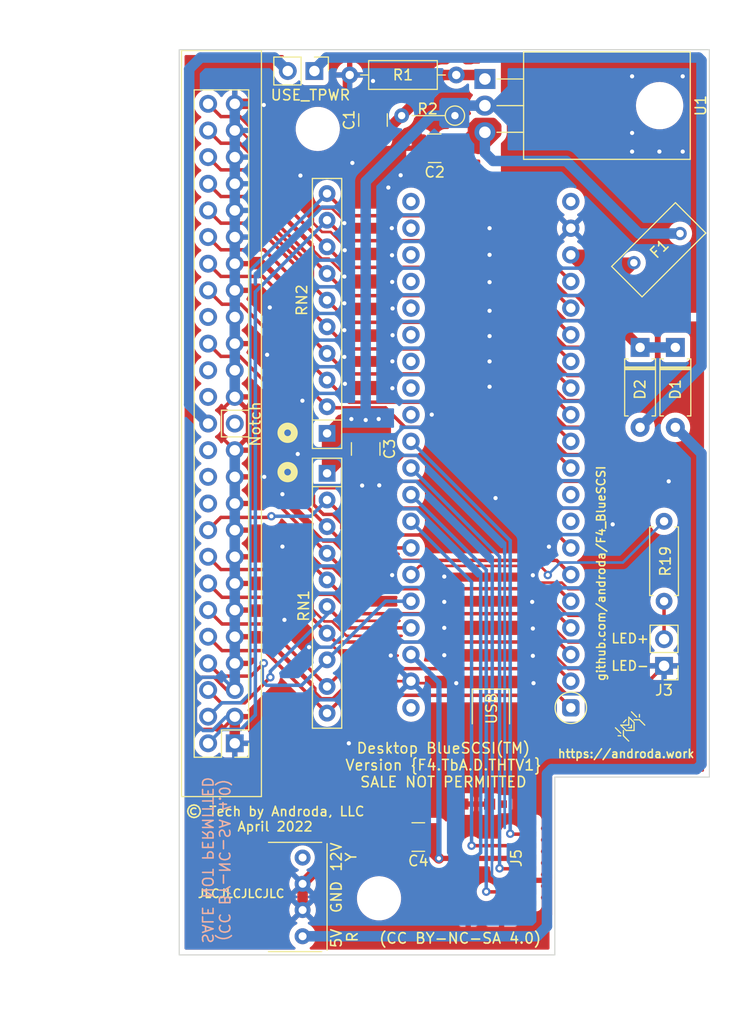
<source format=kicad_pcb>
(kicad_pcb (version 20211014) (generator pcbnew)
  (layers (0 "F.Cu" signal) (31 "B.Cu" signal) (34 "B.Paste" user) (35 "F.Paste" user) (36 "B.SilkS" user "B.Silkscreen") (37 "F.SilkS" user "F.Silkscreen") (38 "B.Mask" user) (39 "F.Mask" user) (44 "Edge.Cuts" user))
  (net 0 "")
  (net 1 "GND")
  (net 2 "+2V8")
  (net 3 "+5V")
  (net 4 "Net-(J4-Pad20)")
  (net 5 "Net-(J4-Pad22)")
  (net 6 "Net-(J4-Pad24)")
  (net 7 "Net-(J4-Pad25)")
  (net 8 "Net-(J4-Pad28)")
  (net 9 "Net-(J4-Pad30)")
  (net 10 "Net-(J4-Pad34)")
  (net 11 "Net-(BP1-Pad20)")
  (net 12 "Net-(BP1-Pad21)")
  (net 13 "Net-(BP1-Pad22)")
  (net 14 "Net-(BP1-Pad23)")
  (net 15 "Net-(BP1-Pad24)")
  (net 16 "Net-(BP1-Pad25)")
  (net 17 "Net-(J2-Pad4)")
  (net 18 "Net-(J5-Pad1)")
  (net 19 "Net-(J5-Pad8)")
  (net 20 "Net-(J5-Pad9)")
  (net 21 "Net-(D1-Pad2)")
  (net 22 "SD_CS")
  (net 23 "SD_CLK")
  (net 24 "SD_MISO")
  (net 25 "SD_MOSI")
  (net 26 "ATN")
  (net 27 "BSY")
  (net 28 "DBP")
  (net 29 "ACK")
  (net 30 "RST")
  (net 31 "MSG")
  (net 32 "SEL")
  (net 33 "CD")
  (net 34 "REQ")
  (net 35 "IO")
  (net 36 "DB7")
  (net 37 "DB6")
  (net 38 "DB5")
  (net 39 "DB4")
  (net 40 "DB3")
  (net 41 "DB2")
  (net 42 "DB1")
  (net 43 "DB0")
  (net 44 "+3V3")
  (net 45 "+5VP")
  (net 46 "Net-(BP1-Pad8)")
  (net 47 "Net-(BP1-Pad9)")
  (net 48 "Net-(BP1-Pad26)")
  (net 49 "Net-(BP1-Pad27)")
  (net 50 "Net-(BP1-Pad28)")
  (net 51 "Net-(BP1-Pad40)")
  (net 52 "+5F")
  (net 53 "Net-(BP1-Pad29)")
  (net 54 "Net-(BP1-Pad35)")
  (net 55 "Net-(J3-Pad2)")
  (net 56 "Net-(D2-Pad2)")
  (net 57 "Net-(C1-Pad1)")
  (footprint "CustomFootprints:SCSI_Internal_50Pin" (layer "F.Cu") (at 110.2 131.4 180)
    (fp_text reference "J4" hide)
    (fp_text value "SCSI_50Pin")
  )
  (footprint "CustomFootprints:BergFloppy_RightAngle" (layer "F.Cu") (at 121.793 146.05 -90)
    (fp_text reference "J2" hide)
    (fp_text value "BergFloppy")
  )
  (footprint "MountingHole:MountingHole_3.2mm_M3" (layer "F.Cu") (at 123.952 146.177)
    (fp_text reference "REF**" hide)
    (fp_text value "MountingHole_3.2mm_M3")
  )
  (footprint "MountingHole:MountingHole_3.2mm_M3" (layer "F.Cu") (at 118.11 72.8345)
    (fp_text reference "REF**" hide)
    (fp_text value "MountingHole_3.2mm_M3")
  )
  (footprint "Capacitor_SMD:C_1210_3225Metric_Pad1.42x2.65mm_HandSolder" (layer "F.Cu") (at 129.259 74.676 180)
    (fp_text reference "C2")
    (fp_text value "10uF")
  )
  (footprint "Capacitor_SMD:C_1210_3225Metric_Pad1.42x2.65mm_HandSolder" (layer "F.Cu") (at 122.682 103.3415 -90)
    (fp_text reference "C3")
    (fp_text value "10uF")
  )
  (footprint "CustomFootprints:microsd_molex_1051620001" (layer "F.Cu") (at 134.874 142.621 90)
    (fp_text reference "J5")
    (fp_text value "MicroSD-105162-0001")
  )
  (footprint "CustomFootprints:Fuse_BelFuse_0ZRE0005FF_L8.3mm_W3.8mm" (layer "F.Cu") (at 148.253675 85.587879 45)
    (fp_text reference "F1")
    (fp_text value "Polyfuse")
  )
  (footprint "CustomFootprints:SpaceshipBug" (layer "F.Cu") (at 147.5105 126.619)
    (fp_text reference "REF**" hide)
    (fp_text value "SpaceshipBug" hide)
  )
  (footprint "CustomFootprints:BluePillModule" (layer "F.Cu") (at 134.62 130.556 180)
    (fp_text reference "BP1" hide)
    (fp_text value "F4_Footprint")
  )
  (footprint "Connector_PinHeader_2.54mm:PinHeader_1x02_P2.54mm_Vertical" (layer "F.Cu") (at 151.13 124.0155 180)
    (fp_text reference "J3")
    (fp_text value "Conn_01x02_Male")
  )
  (footprint "Resistor_THT:R_Axial_DIN0207_L6.3mm_D2.5mm_P7.62mm_Horizontal" (layer "F.Cu") (at 151.13 110.236 -90)
    (fp_text reference "R19")
    (fp_text value "R")
  )
  (footprint "Capacitor_SMD:C_1210_3225Metric_Pad1.42x2.65mm_HandSolder" (layer "F.Cu") (at 123.3805 71.982 90)
    (fp_text reference "C1")
    (fp_text value "10uF")
  )
  (footprint "Resistor_THT:R_Axial_DIN0207_L6.3mm_D2.5mm_P10.16mm_Horizontal" (layer "F.Cu") (at 131.318 67.691 180)
    (fp_text reference "R1")
    (fp_text value "154")
  )
  (footprint "Resistor_THT:R_Axial_DIN0204_L3.6mm_D1.6mm_P5.08mm_Vertical" (layer "F.Cu") (at 131.191 71.5645 180)
    (fp_text reference "R2")
    (fp_text value "120")
  )
  (footprint "Resistor_THT:R_Array_SIP10" (layer "F.Cu") (at 118.999 105.664 -90)
    (fp_text reference "RN1")
    (fp_text value "R_Network09")
  )
  (footprint "Resistor_THT:R_Array_SIP10" (layer "F.Cu") (at 118.999 101.854 90)
    (fp_text reference "RN2")
    (fp_text value "R_Network09")
  )
  (footprint "Package_TO_SOT_THT:TO-220-3_Horizontal_TabDown" (layer "F.Cu") (at 134.0485 68.072 -90)
    (fp_text reference "U1")
    (fp_text value "LD1117VCD-2.85")
  )
  (footprint "Connector_PinHeader_2.54mm:PinHeader_1x02_P2.54mm_Vertical" (layer "F.Cu") (at 117.7925 67.31 -90)
    (fp_text reference "J1" hide)
    (fp_text value "Conn_01x02_Male")
  )
  (footprint "Diode_THT:D_A-405_P7.62mm_Horizontal" (layer "F.Cu") (at 152.2095 93.6625 -90)
    (fp_text reference "D1")
    (fp_text value "D")
  )
  (footprint "Diode_THT:D_A-405_P7.62mm_Horizontal" (layer "F.Cu") (at 148.844 93.6625 -90)
    (fp_text reference "D2")
    (fp_text value "D")
  )
  (footprint "Capacitor_SMD:C_1210_3225Metric_Pad1.42x2.65mm_HandSolder" (layer "F.Cu") (at 127.6985 140.335 180)
    (fp_text reference "C4")
    (fp_text value "10uF")
  )
  (gr_circle (center 115.23726 101.80066) (end 115.55476 101.80066) (layer "F.SilkS") (width 0.65) (fill none))
  (gr_circle (center 115.23726 105.54716) (end 115.55476 105.54716) (layer "F.SilkS") (width 0.65) (fill none))
  (gr_line (start 104.9 65.278) (end 155.448 65.278) (layer "Edge.Cuts") (width 0.1))
  (gr_line (start 140.716 134.62) (end 140.716 151.5745) (layer "Edge.Cuts") (width 0.1))
  (gr_line (start 104.902 151.5745) (end 140.716 151.5745) (layer "Edge.Cuts") (width 0.1))
  (gr_line (start 155.448 134.62) (end 140.716 134.62) (layer "Edge.Cuts") (width 0.1))
  (gr_line (start 155.448 134.62) (end 155.448 65.278) (layer "Edge.Cuts") (width 0.1))
  (gr_line (start 104.902 151.5745) (end 104.902 65.278) (layer "Edge.Cuts") (width 0.1))
  (gr_text "(CC BY-NC-SA 4.0)\nSALE NOT PERMITTED" (at 108.39 142.54 270) (layer "B.SilkS") (effects (font (size 1 1)) (justify mirror)))
  (gr_text "LED-" (at 147.8915 124.0155) (layer "F.SilkS") (effects (font (size 0.9 0.9))))
  (gr_text "(CC BY-NC-SA 4.0)" (at 131.69 149.99) (layer "F.SilkS") (effects (font (size 1 1))))
  (gr_text "Desktop BlueSCSI(TM)\nVersion {F4.TbA.D.THTV1}\nSALE NOT PERMITTED" (at 130.09 133.48) (layer "F.SilkS") (effects (font (size 1 1))))
  (gr_text "https://androda.work" (at 147.5105 132.3975) (layer "F.SilkS") (effects (font (size 0.8 0.8))))
  (gr_text "© Tech by Androda, LLC\nApril 2022" (at 114.046 138.6205) (layer "F.SilkS") (effects (font (size 0.9 0.9))))
  (gr_text "USE_TPWR" (at 117.41658 69.6087) (layer "F.SilkS") (effects (font (size 1 1))))
  (gr_text "github.com/androda/F4_BlueSCSI" (at 145.1229 115.2017 90) (layer "F.SilkS") (effects (font (size 0.8 0.8))))
  (gr_text "JLCJLCJLCJLC" (at 110.8075 145.7325) (layer "F.SilkS") (effects (font (size 0.8 0.8))))
  (gr_text "LED+" (at 147.8915 121.412) (layer "F.SilkS") (effects (font (size 0.9 0.9))))
  (segment (start 126.01575 77.24775) (end 124.841 78.4225) (width 1) (layer "F.Cu") (net 1))
  (segment (start 124.841 78.4225) (end 124.46 78.8035) (width 1) (layer "F.Cu") (net 1))
  (segment (start 113.0115 106) (end 113.0115 106) (width 0.33) (layer "F.Cu") (net 1))
  (segment (start 122.342499 106.829001) (end 122.06986 107.10164) (width 0.33) (layer "F.Cu") (net 1))
  (segment (start 142.004834 119.246489) (end 143.686489 119.246489) (width 0.25) (layer "F.Cu") (net 1))
  (segment (start 107.076799 130.075001) (end 108.984999 130.075001) (width 0.33) (layer "F.Cu") (net 1))
  (segment (start 119.4435 77.0255) (end 126.238 77.0255) (width 1) (layer "F.Cu") (net 1))
  (segment (start 126.01575 77.24775) (end 130.20675 77.24775) (width 0.25) (layer "F.Cu") (net 1))
  (segment (start 144.714 106.426) (end 140.208 106.426) (width 0.33) (layer "F.Cu") (net 1))
  (segment (start 143.734489 91.105511) (end 143.75 91.09) (width 0.33) (layer "F.Cu") (net 1))
  (segment (start 143.28048 89.321595) (end 143.75 89.791115) (width 0.33) (layer "F.Cu") (net 1))
  (segment (start 110.2 126.32) (end 109.450454 126.32) (width 0.33) (layer "F.Cu") (net 1))
  (segment (start 140.6695 120.4595) (end 141.996489 121.786489) (width 0.25) (layer "F.Cu") (net 1))
  (segment (start 120.68302 84.39658) (end 120.68302 84.00302) (width 0.25) (layer "F.Cu") (net 1))
  (segment (start 128.86944 110.6805) (end 128.86944 109.58068) (width 0.33) (layer "F.Cu") (net 1))
  (segment (start 116.459 77.2795) (end 116.459 78.609) (width 0.25) (layer "F.Cu") (net 1))
  (segment (start 140.30099 144.272) (end 140.30099 143.98399) (width 0.33) (layer "F.Cu") (net 1))
  (segment (start 118.642454 112.118999) (end 119.624453 112.118999) (width 0.33) (layer "F.Cu") (net 1))
  (segment (start 138.6205 115.3795) (end 139.324691 116.083691) (width 0.25) (layer "F.Cu") (net 1))
  (segment (start 119.545319 127.109001) (end 121.17832 125.476) (width 0.25) (layer "F.Cu") (net 1))
  (segment (start 143.436489 116.706489) (end 143.51 116.78) (width 0.25) (layer "F.Cu") (net 1))
  (segment (start 141.382036 116.083691) (end 142.004834 116.706489) (width 0.25) (layer "F.Cu") (net 1))
  (segment (start 143.714489 93.645511) (end 143.75 93.61) (width 0.33) (layer "F.Cu") (net 1))
  (segment (start 117.70868 107.80268) (end 117.70868 108.637882) (width 0.33) (layer "F.Cu") (net 1))
  (segment (start 123.97486 109.92866) (end 125.58776 111.54156) (width 0.33) (layer "F.Cu") (net 1))
  (segment (start 122.7455 106.426) (end 129.6035 106.426) (width 0.33) (layer "F.Cu") (net 1))
  (segment (start 110.2 72.98) (end 110.71424 72.98) (width 0.25) (layer "F.Cu") (net 1))
  (segment (start 141.908265 96.346489) (end 143.283511 96.346489) (width 0.33) (layer "F.Cu") (net 1))
  (segment (start 141.751776 101.27) (end 143.43 101.27) (width 0.33) (layer "F.Cu") (net 1))
  (segment (start 140.677845 117.9195) (end 142.004834 119.246489) (width 0.25) (layer "F.Cu") (net 1))
  (segment (start 140.19 87.008224) (end 141.908265 88.726489) (width 0.33) (layer "F.Cu") (net 1))
  (segment (start 134.493 90.17) (end 135.731776 90.17) (width 0.33) (layer "F.Cu") (net 1))
  (segment (start 108.984999 130.075001) (end 110.2 128.86) (width 0.33) (layer "F.Cu") (net 1))
  (segment (start 134.493 97.409) (end 135.350776 97.409) (width 0.33) (layer "F.Cu") (net 1))
  (segment (start 120.60428 116.23294) (end 122.27306 117.90172) (width 0.25) (layer "F.Cu") (net 1))
  (segment (start 146.6215 106.426) (end 144.714 106.426) (width 0.33) (layer "F.Cu") (net 1))
  (segment (start 134.494 136.346) (end 138.887 131.953) (width 0.33) (layer "F.Cu") (net 1))
  (segment (start 118.748997 119.778999) (end 119.474199 119.778999) (width 0.25) (layer "F.Cu") (net 1))
  (segment (start 120.68302 84.00302) (end 119.338511 82.658511) (width 0.25) (layer "F.Cu") (net 1))
  (segment (start 121.076 140.3846) (end 121.076 137.369) (width 1) (layer "F.Cu") (net 1))
  (segment (start 110.2 116.16) (end 116.93216 116.16) (width 0.25) (layer "F.Cu") (net 1))
  (segment (start 127.1905 125.6665) (end 127 125.476) (width 0.25) (layer "F.Cu") (net 1))
  (segment (start 108.984999 102.253999) (end 109.601 102.87) (width 0.33) (layer "F.Cu") (net 1))
  (segment (start 140.589 131.953) (end 143.1925 131.953) (width 0.33) (layer "F.Cu") (net 1))
  (segment (start 143.283511 96.346489) (end 143.38 96.25) (width 0.33) (layer "F.Cu") (net 1))
  (segment (start 120.40362 110.424418) (end 120.40362 110.91926) (width 0.33) (layer "F.Cu") (net 1))
  (segment (start 114.74196 107.65282) (end 114.74196 108.218505) (width 0.33) (layer "F.Cu") (net 1))
  (segment (start 121.254 137.191) (end 121.076 137.369) (width 1) (layer "F.Cu") (net 1))
  (segment (start 119.474199 119.778999) (end 120.36552 120.67032) (width 0.25) (layer "F.Cu") (net 1))
  (segment (start 135.731776 90.17) (end 141.908265 96.346489) (width 0.33) (layer "F.Cu") (net 1))
  (segment (start 142.004834 116.706489) (end 143.436489 116.706489) (width 0.25) (layer "F.Cu") (net 1))
  (segment (start 120.7135 74.676) (end 120.7135 67.8815) (width 0.45) (layer "F.Cu") (net 1))
  (segment (start 118.011159 117.238999) (end 119.443719 117.238999) (width 0.25) (layer "F.Cu") (net 1))
  (segment (start 122.682 104.829) (end 124.35906 104.829) (width 0.33) (layer "F.Cu") (net 1))
  (segment (start 120.686419 107.038999) (end 117.751001 107.038999) (width 0.33) (layer "F.Cu") (net 1))
  (segment (start 120.46204 123.03506) (end 125.07494 123.03506) (width 0.25) (layer "F.Cu") (net 1))
  (segment (start 120.64746 86.67216) (end 119.173811 85.198511) (width 0.25) (layer "F.Cu") (net 1))
  (segment (start 121.17832 125.476) (end 127 125.476) (width 0.25) (layer "F.Cu") (net 1))
  (segment (start 140.16599 147.836) (end 140.30099 147.701) (width 0.33) (layer "F.Cu") (net 1))
  (segment (start 140.22 92.118224) (end 141.747287 93.645511) (width 0.33) (layer "F.Cu") (net 1))
  (segment (start 131.318 125.6665) (end 127.1905 125.6665) (width 0.25) (layer "F.Cu") (net 1))
  (segment (start 126.211 140.335) (end 121.1256 140.335) (width 1) (layer "F.Cu") (net 1))
  (segment (start 120.62968 118.73738) (end 121.62028 119.72798) (width 0.25) (layer "F.Cu") (net 1))
  (segment (start 141.747287 93.645511) (end 143.714489 93.645511) (width 0.33) (layer "F.Cu") (net 1))
  (segment (start 125.58776 111.54156) (end 128.00838 111.54156) (width 0.33) (layer "F.Cu") (net 1))
  (segment (start 121.62028 119.72798) (end 125.90018 119.72798) (width 0.25) (layer "F.Cu") (net 1))
  (segment (start 141.908265 88.726489) (end 142.732713 88.726489) (width 0.33) (layer "F.Cu") (net 1))
  (segment (start 120.777 72.6805) (end 120.777 67.818) (width 0.25) (layer "F.Cu") (net 1))
  (segment (start 116.666 144.7946) (end 121.076 140.3846) (width 1) (layer "F.Cu") (net 1))
  (segment (start 123.317 70.1405) (end 120.9405 72.517) (width 0.45) (layer "F.Cu") (net 1))
  (segment (start 110.2 98.38) (end 108.984999 99.595001) (width 0.33) (layer "F.Cu") (net 1))
  (segment (start 145.014489 126.665511) (end 145.06 126.62) (width 0.33) (layer "F.Cu") (net 1))
  (segment (start 141.996489 121.786489) (end 143.376489 121.786489) (width 0.25) (layer "F.Cu") (net 1))
  (segment (start 116.205 106.299) (end 117.70868 107.80268) (width 0.33) (layer "F.Cu") (net 1))
  (segment (start 138.6205 120.4595) (end 140.6695 120.4595) (width 0.25) (layer "F.Cu") (net 1))
  (segment (start 126.239281 103.965999) (end 128.050301 103.965999) (width 0.33) (layer "F.Cu") (net 1))
  (segment (start 140.11199 144.461) (end 140.30099 144.272) (width 0.33) (layer "F.Cu") (net 1))
  (segment (start 110.2 106) (end 113.0115 106) (width 0.33) (layer "F.Cu") (net 1))
  (segment (start 134.493 94.996) (end 135.477776 94.996) (width 0.33) (layer "F.Cu") (net 1))
  (segment (start 111.475001 102.184999) (end 110.2 103.46) (width 0.45) (layer "F.Cu") (net 1))
  (segment (start 140.11199 144.461) (end 140.11199 144.62049) (width 0.33) (layer "F.Cu") (net 1))
  (segment (start 140.748276 125.6665) (end 141.747287 126.665511) (width 0.33) (layer "F.Cu") (net 1))
  (segment (start 138.6205 123.063) (end 140.741345 123.063) (width 0.25) (layer "F.Cu") (net 1))
  (segment (start 140.30099 144.80949) (end 140.30099 143.98399) (width 0.33) (layer "F.Cu") (net 1))
  (segment (start 134.494 137.201) (end 134.494 136.346) (width 0.33) (layer "F.Cu") (net 1))
  (segment (start 106.444999 125.736799) (end 106.444999 129.443201) (width 0.33) (layer "F.Cu") (net 1))
  (segment (start 111.88298 78.35498) (end 111.88298 79.376502) (width 0.25) (layer "F.Cu") (net 1))
  (segment (start 119.443719 117.238999) (end 119.539001 117.238999) (width 0.25) (layer "F.Cu") (net 1))
  (segment (start 122.85726 113.3729) (end 125.77064 113.3729) (width 0.33) (layer "F.Cu") (net 1))
  (segment (start 120.62968 118.329678) (end 120.62968 118.73738) (width 0.25) (layer "F.Cu") (net 1))
  (segment (start 118.259489 80.409489) (end 119.464789 80.409489) (width 0.25) (layer "F.Cu") (net 1))
  (segment (start 119.539001 114.698999) (end 120.60428 115.764278) (width 0.25) (layer "F.Cu") (net 1))
  (segment (start 120.64746 81.59216) (end 120.64746 81.8134) (width 0.25) (layer "F.Cu") (net 1))
  (segment (start 114.7445 112.649) (end 116.62918 112.649) (width 0.25) (layer "F.Cu") (net 1))
  (segment (start 140.208 80.264) (end 142.24 82.296) (width 0.25) (layer "F.Cu") (net 1))
  (segment (start 113.74374 80.10652) (end 117.70868 84.07146) (width 0.25) (layer "F.Cu") (net 1))
  (segment (start 119.464789 80.409489) (end 120.64746 81.59216) (width 0.25) (layer "F.Cu") (net 1))
  (segment (start 111.475001 99.655001) (end 111.475001 102.184999) (width 0.45) (layer "F.Cu") (net 1))
  (segment (start 134.493 82.296) (end 135.896 82.296) (width 0.33) (layer "F.Cu") (net 1))
  (segment (start 140.22 91.96) (end 140.22 92.118224) (width 0.33) (layer "F.Cu") (net 1))
  (segment (start 143.376489 121.786489) (end 143.63 122.04) (width 0.25) (layer "F.Cu") (net 1))
  (segment (start 110.2 121.24) (end 112.96468 121.24) (width 0.25) (layer "F.Cu") (net 1))
  (segment (start 117.2845 122.2375) (end 119.66448 122.2375) (width 0.25) (layer "F.Cu") (net 1))
  (segment (start 138.444 144.461) (end 140.11199 144.461) (width 0.33) (layer "F.Cu") (net 1))
  (segment (start 122.27306 117.90172) (end 125.37694 117.90172) (width 0.25) (layer "F.Cu") (net 1))
  (segment (start 122.7455 106.426) (end 122.342499 106.829001) (width 0.33) (layer "F.Cu") (net 1))
  (segment (start 120.64746 86.9061) (end 120.64746 86.67216) (width 0.25) (layer "F.Cu") (net 1))
  (segment (start 124.35906 104.829) (end 124.78004 105.24998) (width 0.33) (layer "F.Cu") (net 1))
  (segment (start 110.2 70.44) (end 112.858 70.44) (width 1) (layer "F.Cu") (net 1))
  (segment (start 128.00838 111.54156) (end 128.86944 110.6805) (width 0.33) (layer "F.Cu") (net 1))
  (segment (start 138.887 131.953) (end 140.589 131.953) (width 0.33) (layer "F.Cu") (net 1))
  (segment (start 140.36 108.99) (end 140.29 108.92) (width 0.33) (layer "F.Cu") (net 1))
  (segment (start 144.714 106.426) (end 144.714 108.896) (width 0.33) (layer "F.Cu") (net 1))
  (segment (start 115.73074 116.16) (end 117.61978 118.04904) (width 0.25) (layer "F.Cu") (net 1))
  (segment (start 122.872254 115.3668) (end 125.20422 115.3668) (width 0.33) (layer "F.Cu") (net 1))
  (segment (start 141.821776 103.88) (end 143.68 103.88) (width 0.33) (layer "F.Cu") (net 1))
  (segment (start 130.20675 77.24775) (end 133.223 80.264) (width 0.25) (layer "F.Cu") (net 1))
  (segment (start 123.97486 106.80954) (end 123.97486 106.23042) (width 0.33) (layer "F.Cu") (net 1))
  (segment (start 107.086798 125.095) (end 106.444999 125.736799) (width 0.33) (layer "F.Cu") (net 1))
  (segment (start 128.86944 109.58068) (end 128.26492 108.97616) (width 0.33) (layer "F.Cu") (net 1))
  (segment (start 118.649797 109.578999) (end 119.558201 109.578999) (width 0.33) (layer "F.Cu") (net 1))
  (segment (start 117.873999 126.524001) (end 118.458999 127.109001) (width 0.25) (layer "F.Cu") (net 1))
  (segment (start 126.238 77.0255) (end 126.01575 77.24775) (width 1) (layer "F.Cu") (net 1))
  (segment (start 143.28048 89.274256) (end 143.28048 89.321595) (width 0.33) (layer "F.Cu") (net 1))
  (segment (start 120.8532 121.158) (end 126.10084 121.158) (width 0.25) (layer "F.Cu") (net 1))
  (segment (start 121.076 137.369) (end 121.076 131.4) (width 1) (layer "F.Cu") (net 1))
  (segment (start 134.493 92.583) (end 135.661345 92.583) (width 0.25) (layer "F.Cu") (net 1))
  (segment (start 138.684 125.6665) (end 140.748276 125.6665) (width 0.33) (layer "F.Cu") (net 1))
  (segment (start 114.74196 108.218505) (end 118.642454 112.118999) (width 0.33) (layer "F.Cu") (net 1))
  (segment (start 141.998345 124.32) (end 144.02 124.32) (width 0.25) (layer "F.Cu") (net 1))
  (segment (start 117.61978 118.04904) (end 117.61978 118.649782) (width 0.25) (layer "F.Cu") (net 1))
  (segment (start 110.2 78.06) (end 111.588 78.06) (width 0.25) (layer "F.Cu") (net 1))
  (segment (start 123.97486 106.23042) (end 126.239281 103.965999) (width 0.33) (layer "F.Cu") (net 1))
  (segment (start 134.484 137.191) (end 134.494 137.201) (width 0.33) (layer "F.Cu") (net 1))
  (segment (start 135.477776 94.996) (end 141.751776 101.27) (width 0.33) (layer "F.Cu") (net 1))
  (segment (start 112.96468 121.24) (end 117.873999 126.149319) (width 0.25) (layer "F.Cu") (net 1))
  (segment (start 108.225454 125.095) (end 107.086798 125.095) (width 0.33) (layer "F.Cu") (net 1))
  (segment (start 141.768345 98.69) (end 143.48 98.69) (width 0.25) (layer "F.Cu") (net 1))
  (segment (start 120.60428 115.764278) (end 120.60428 116.23294) (width 0.25) (layer "F.Cu") (net 1))
  (segment (start 135.661345 92.583) (end 141.768345 98.69) (width 0.25) (layer "F.Cu") (net 1))
  (segment (start 111.588 78.06) (end 111.88298 78.35498) (width 0.25) (layer "F.Cu") (net 1))
  (segment (start 128.26492 108.97616) (end 125.6792 108.97616) (width 0.33) (layer "F.Cu") (net 1))
  (segment (start 144.714 108.896) (end 144.62 108.99) (width 0.33) (layer "F.Cu") (net 1))
  (segment (start 119.338511 82.658511) (end 118.528511 82.658511) (width 0.25) (layer "F.Cu") (net 1))
  (segment (start 110.2 131.4) (end 110.2 128.86) (width 1) (layer "F.Cu") (net 1))
  (segment (start 109.450454 126.32) (end 108.225454 125.095) (width 0.33) (layer "F.Cu") (net 1))
  (segment (start 116.666 147.2946) (end 116.666 144.7946) (width 1) (layer "F.Cu") (net 1))
  (segment (start 117.873999 126.149319) (end 117.873999 126.524001) (width 0.25) (layer "F.Cu") (net 1))
  (segment (start 119.539001 117.238999) (end 120.62968 118.329678) (width 0.25) (layer "F.Cu") (net 1))
  (segment (start 120.40362 110.91926) (end 122.85726 113.3729) (width 0.33) (layer "F.Cu") (net 1))
  (segment (start 143.1925 131.953) (end 151.13 124.0155) (width 0.33) (layer "F.Cu") (net 1))
  (segment (start 135.6995 87.4395) (end 140.22 91.96) (width 0.33) (layer "F.Cu") (net 1))
  (segment (start 143.75 89.791115) (end 143.75 91.27) (width 0.33) (layer "F.Cu") (net 1))
  (segment (start 143.248112 89.241888) (end 143.28048 89.274256) (width 0.33) (layer "F.Cu") (net 1))
  (segment (start 135.896 82.296) (end 140.19 86.59) (width 0.33) (layer "F.Cu") (net 1))
  (segment (start 116.62918 112.649) (end 118.679179 114.698999) (width 0.25) (layer "F.Cu") (net 1))
  (segment (start 119.624453 112.118999) (end 122.872254 115.3668) (width 0.33) (layer "F.Cu") (net 1))
  (segment (start 140.208 106.426) (end 135.3185 101.5365) (width 0.33) (layer "F.Cu") (net 1))
  (segment (start 120.36552 120.67032) (end 120.8532 121.158) (width 0.25) (layer "F.Cu") (net 1))
  (segment (start 134.493 84.836) (end 135.477776 84.836) (width 0.33) (layer "F.Cu") (net 1))
  (segment (start 106.444999 129.443201) (end 107.076799 130.075001) (width 0.33) (layer "F.Cu") (net 1))
  (segment (start 116.205 103.8225) (end 116.205 106.299) (width 0.33) (layer "F.Cu") (net 1))
  (segment (start 117.70868 84.41868) (end 117.70868 84.07146) (width 0.25) (layer "F.Cu") (net 1))
  (segment (start 125.07494 123.03506) (end 125.73 123.03506) (width 0.25) (layer "F.Cu") (net 1))
  (segment (start 138.557 117.9195) (end 140.677845 117.9195) (width 0.25) (layer "F.Cu") (net 1))
  (segment (start 117.64 81.77) (end 117.64 81.25) (width 0.25) (layer "F.Cu") (net 1))
  (segment (start 118.488511 85.198511) (end 117.70868 84.41868) (width 0.25) (layer "F.Cu") (net 1))
  (segment (start 141.747287 126.665511) (end 145.014489 126.665511) (width 0.33) (layer "F.Cu") (net 1))
  (segment (start 142.732713 88.726489) (end 143.248112 89.241888) (width 0.33) (layer "F.Cu") (net 1))
  (segment (start 118.528511 82.658511) (end 117.64 81.77) (width 0.25) (layer "F.Cu") (net 1))
  (segment (start 140.19 86.59) (end 140.19 87.008224) (width 0.33) (layer "F.Cu") (net 1))
  (segment (start 133.223 80.264) (end 136.2075 80.264) (width 0.25) (layer "F.Cu") (net 1))
  (segment (start 110.2 116.16) (end 115.73074 116.16) (width 0.25) (layer "F.Cu") (net 1))
  (segment (start 116.459 78.609) (end 118.259489 80.409489) (width 0.25) (layer "F.Cu") (net 1))
  (segment (start 119.173811 85.198511) (end 118.488511 85.198511) (width 0.25) (layer "F.Cu") (net 1))
  (segment (start 140.741345 123.063) (end 141.998345 124.32) (width 0.25) (layer "F.Cu") (net 1))
  (segment (start 140.11199 144.62049) (end 140.30099 144.80949) (width 0.33) (layer "F.Cu") (net 1))
  (segment (start 116.93216 116.16) (end 118.011159 117.238999) (width 0.25) (layer "F.Cu") (net 1))
  (segment (start 110.2 98.38) (end 111.475001 99.655001) (width 0.45) (layer "F.Cu") (net 1))
  (segment (start 134.493 87.4395) (end 135.6995 87.4395) (width 0.33) (layer "F.Cu") (net 1))
  (segment (start 120.7135 67.8815) (end 121.158 67.437) (width 0.45) (layer "F.Cu") (net 1))
  (segment (start 132.454 147.836) (end 135.639 147.836) (width 0.33) (layer "F.Cu") (net 1))
  (segment (start 141.747287 91.105511) (end 143.734489 91.105511) (width 0.33) (layer "F.Cu") (net 1))
  (segment (start 140.30099 143.98399) (end 140.30099 132.24101) (width 0.33) (layer "F.Cu") (net 1))
  (segment (start 122.06986 107.10164) (end 120.74906 107.10164) (width 0.33) (layer "F.Cu") (net 1))
  (segment (start 135.639 147.836) (end 140.16599 147.836) (width 0.33) (layer "F.Cu") (net 1))
  (segment (start 117.751001 107.038999) (end 117.6147 107.1753) (width 0.33) (layer "F.Cu") (net 1))
  (segment (start 110.71424 72.98) (end 113.74374 76.0095) (width 0.25) (layer "F.Cu") (net 1))
  (segment (start 121.1256 140.335) (end 121.076 140.3846) (width 1) (layer "F.Cu") (net 1))
  (segment (start 136.2075 80.264) (end 140.208 80.264) (width 0.25) (layer "F.Cu") (net 1))
  (segment (start 135.477776 84.836) (end 141.747287 91.105511) (width 0.33) (layer "F.Cu") (net 1))
  (segment (start 120.777 74.676) (end 120.777 72.6805) (width 0.25) (layer "F.Cu") (net 1))
  (segment (start 122.682 106.3625) (end 122.7455 106.426) (width 0.33) (layer "F.Cu") (net 1))
  (segment (start 108.984999 99.595001) (end 108.984999 102.253999) (width 0.33) (layer "F.Cu") (net 1))
  (segment (start 139.324691 116.083691) (end 141.382036 116.083691) (width 0.25) (layer "F.Cu") (net 1))
  (segment (start 136.2075 80.264) (end 140.9065 80.264) (width 0.25) (layer "F.Cu") (net 1))
  (segment (start 119.558201 109.578999) (end 120.40362 110.424418) (width 0.33) (layer "F.Cu") (net 1))
  (segment (start 119.66448 122.2375) (end 120.46204 123.03506) (width 0.25) (layer "F.Cu") (net 1))
  (segment (start 140.30099 147.701) (end 140.30099 144.80949) (width 0.33) (layer "F.Cu") (net 1))
  (segment (start 131.884 137.191) (end 134.484 137.191) (width 0.33) (layer "F.Cu") (net 1))
  (segment (start 117.61978 118.649782) (end 118.748997 119.778999) (width 0.25) (layer "F.Cu") (net 1))
  (segment (start 127.7715 74.676) (end 120.777 74.676) (width 0.25) (layer "F.Cu") (net 1))
  (segment (start 120.777 67.818) (end 121.158 67.437) (width 0.25) (layer "F.Cu") (net 1))
  (segment (start 140.30099 132.24101) (end 140.589 131.953) (width 0.33) (layer "F.Cu") (net 1))
  (segment (start 123.97486 106.80954) (end 123.97486 109.92866) (width 0.33) (layer "F.Cu") (net 1))
  (segment (start 112.858 70.44) (end 112.9665 70.5485) (width 1) (layer "F.Cu") (net 1))
  (segment (start 143.686489 119.246489) (end 143.8 119.36) (width 0.25) (layer "F.Cu") (net 1))
  (segment (start 120.74906 107.10164) (end 120.686419 107.038999) (width 0.33) (layer "F.Cu") (net 1))
  (segment (start 118.458999 127.109001) (end 119.545319 127.109001) (width 0.25) (layer "F.Cu") (net 1))
  (segment (start 127.7715 74.676) (end 120.7135 74.676) (width 0.45) (layer "F.Cu") (net 1))
  (segment (start 120.777 72.6805) (end 123.317 70.1405) (width 0.25) (layer "F.Cu") (net 1))
  (segment (start 113.74374 76.0095) (end 113.74374 80.10652) (width 0.25) (layer "F.Cu") (net 1))
  (segment (start 144.62 108.99) (end 140.36 108.99) (width 0.33) (layer "F.Cu") (net 1))
  (segment (start 131.884 137.191) (end 121.254 137.191) (width 1) (layer "F.Cu") (net 1))
  (segment (start 118.679179 114.698999) (end 119.539001 114.698999) (width 0.25) (layer "F.Cu") (net 1))
  (segment (start 122.682 104.829) (end 122.682 106.3625) (width 0.33) (layer "F.Cu") (net 1))
  (segment (start 117.70868 108.637882) (end 118.649797 109.578999) (width 0.33) (layer "F.Cu") (net 1))
  (segment (start 135.350776 97.409) (end 141.821776 103.88) (width 0.33) (layer "F.Cu") (net 1))
  (via (at 112.9665 70.5485) (size 0.8) (drill 0.4) (layers "F.Cu" "B.Cu") (net 1))
  (via (at 116.459 77.2795) (size 0.8) (drill 0.4) (layers "F.Cu" "B.Cu") (net 1))
  (via (at 134.493 82.296) (size 0.8) (drill 0.4) (layers "F.Cu" "B.Cu") (net 1))
  (via (at 122.342499 106.829001) (size 0.8) (drill 0.4) (layers "F.Cu" "B.Cu") (net 1))
  (via (at 125.24486 89.94902) (size 0.8) (drill 0.4) (layers "F.Cu" "B.Cu") (net 1))
  (via (at 117.2845 122.2375) (size 0.8) (drill 0.4) (layers "F.Cu" "B.Cu") (net 1))
  (via (at 113.284 94.361) (size 0.8) (drill 0.4) (layers "F.Cu" "B.Cu") (net 1))
  (via (at 151.5745 106.426) (size 0.8) (drill 0.4) (layers "F.Cu" "B.Cu") (net 1))
  (via (at 120.64746 86.9061) (size 0.8) (drill 0.4) (layers "F.Cu" "B.Cu") (net 1))
  (via (at 120.64746 89.45372) (size 0.8) (drill 0.4) (layers "F.Cu" "B.Cu") (net 1))
  (via (at 125.24486 92.49664) (size 0.8) (drill 0.4) (layers "F.Cu" "B.Cu") (net 1))
  (via (at 134.493 94.996) (size 0.8) (drill 0.4) (layers "F.Cu" "B.Cu") (net 1))
  (via (at 113.538 89.8525) (size 0.8) (drill 0.4) (layers "F.Cu" "B.Cu") (net 1))
  (via (at 130.175 115.5065) (size 0.8) (drill 0.4) (layers "F.Cu" "B.Cu") (net 1))
  (via (at 114.7445 112.649) (size 0.8) (drill 0.4) (layers "F.Cu" "B.Cu") (net 1))
  (via (at 130.175 122.9995) (size 0.8) (drill 0.4) (layers "F.Cu" "B.Cu") (net 1))
  (via (at 134.493 84.836) (size 0.8) (drill 0.4) (layers "F.Cu" "B.Cu") (net 1))
  (via (at 131.318 125.6665) (size 0.8) (drill 0.4) (layers "F.Cu" "B.Cu") (net 1))
  (via (at 120.7008 97.13214) (size 0.8) (drill 0.4) (layers "F.Cu" "B.Cu") (net 1))
  (via (at 120.64746 94.56674) (size 0.8) (drill 0.4) (layers "F.Cu" "B.Cu") (net 1))
  (via (at 138.6205 115.3795) (size 0.8) (drill 0.4) (layers "F.Cu" "B.Cu") (net 1))
  (via (at 121.412 76.073) (size 0.8) (drill 0.4) (layers "F.Cu" "B.Cu") (net 1))
  (via (at 113.0115 106) (size 0.8) (drill 0.4) (layers "F.Cu" "B.Cu") (net 1))
  (via (at 120.68302 84.39658) (size 0.8) (drill 0.4) (layers "F.Cu" "B.Cu") (net 1))
  (via (at 116.205 103.8225) (size 0.8) (drill 0.4) (layers "F.Cu" "B.Cu") (net 1))
  (via (at 134.493 90.17) (size 0.8) (drill 0.4) (layers "F.Cu" "B.Cu") (net 1))
  (via (at 134.493 92.583) (size 0.8) (drill 0.4) (layers "F.Cu" "B.Cu") (net 1))
  (via (at 134.493 97.409) (size 0.8) (drill 0.4) (layers "F.Cu" "B.Cu") (net 1))
  (via (at 125.20422 115.3668) (size 0.8) (drill 0.4) (layers "F.Cu" "B.Cu") (net 1))
  (via (at 134.493 87.4395) (size 0.8) (drill 0.4) (layers "F.Cu" "B.Cu") (net 1))
  (via (at 130.175 120.396) (size 0.8) (drill 0.4) (layers "F.Cu" "B.Cu") (net 1))
  (via (at 120.64746 92.01912) (size 0.8) (drill 0.4) (layers "F.Cu" "B.Cu") (net 1))
  (via (at 114.74196 107.65282) (size 0.8) (drill 0.4) (layers "F.Cu" "B.Cu") (net 1))
  (via (at 116.6495 98.7425) (size 0.8) (drill 0.4) (layers "F.Cu" "B.Cu") (net 1))
  (via (at 140.15466 112.65916) (size 0.8) (drill 0.4) (layers "F.Cu" "B.Cu") (net 1))
  (via (at 135.06196 108.02366) (size 0.8) (drill 0.4) (layers "F.Cu" "B.Cu") (net 1))
  (via (at 125.1712 82.28838) (size 0.8) (drill 0.4) (layers "F.Cu" "B.Cu") (net 1))
  (via (at 138.684 125.6665) (size 0.8) (drill 0.4) (layers "F.Cu" "B.Cu") (net 1))
  (via (at 138.6205 123.063) (size 0.8) (drill 0.4) (layers "F.Cu" "B.Cu") (net 1))
  (via (at 124.841 78.4225) (size 0.8) (drill 0.4) (layers "F.Cu" "B.Cu") (net 1))
  (via (at 125.2093 87.41918) (size 0.8) (drill 0.4) (layers "F.Cu" "B.Cu") (net 1))
  (via (at 125.22708 97.55124) (size 0.8) (drill 0.4) (layers "F.Cu" "B.Cu") (net 1))
  (via (at 114.935 119.634) (size 0.8) (drill 0.4) (layers "F.Cu" "B.Cu") (net 1))
  (via (at 120.64746 81.8134) (size 0.8) (drill 0.4) (layers "F.Cu" "B.Cu") (net 1))
  (via (at 123.97486 106.80954) (size 0.8) (drill 0.4) (layers "F.Cu" "B.Cu") (net 1))
  (via (at 125.07494 123.03506) (size 0.8) (drill 0.4) (layers "F.Cu" "B.Cu") (net 1))
  (via (at 138.6205 120.4595) (size 0.8) (drill 0.4) (layers "F.Cu" "B.Cu") (net 1))
  (via (at 125.22708 94.98838) (size 0.8) (drill 0.4) (layers "F.Cu" "B.Cu") (net 1))
  (via (at 121.076 131.4) (size 0.8) (drill 0.4) (layers "F.Cu" "B.Cu") (net 1))
  (via (at 138.557 117.9195) (size 0.8) (drill 0.4) (layers "F.Cu" "B.Cu") (net 1))
  (via (at 125.19152 84.8741) (size 0.8) (drill 0.4) (layers "F.Cu" "B.Cu") (net 1))
  (via (at 126.01575 77.24775) (size 0.8) (drill 0.4) (layers "F.Cu" "B.Cu") (net 1))
  (via (at 123.3805 68.2625) (size 0.8) (drill 0.4) (layers "F.Cu" "B.Cu") (net 1))
  (via (at 130.175 117.9195) (size 0.8) (drill 0.4) (layers "F.Cu" "B.Cu") (net 1))
  (via (at 146.23288 110.5281) (size 0.8) (drill 0.4) (layers "F.Cu" "B.Cu") (net 1))
  (via (at 128.9812 100.06838) (size 0.8) (drill 0.4) (layers "F.Cu" "B.Cu") (net 1))
  (segment (start 122.7455 106.426) (end 122.7455 106.426) (width 0.33) (layer "B.Cu") (net 1))
  (segment (start 121.076 131.4) (end 127 125.476) (width 0.33) (layer "B.Cu") (net 1))
  (segment (start 140.5255 93.726) (end 140.5255 91.1225) (width 0.33) (layer "B.Cu") (net 1))
  (segment (start 122.7455 104.775) (end 126.238 101.2825) (width 0.33) (layer "B.Cu") (net 1))
  (segment (start 120.64746 80.20558) (end 120.56872 80.28432) (width 0.33) (layer "B.Cu") (net 1))
  (segment (start 129.6035 87.4395) (end 128.27 86.106) (width 0.33) (layer "B.Cu") (net 1))
  (segment (start 134.493 94.996) (end 129.6035 94.996) (width 0.33) (layer "B.Cu") (net 1))
  (segment (start 141.1605 116.713) (end 141.2875 116.586) (width 0.33) (layer "B.Cu") (net 1))
  (segment (start 119.389702 122.2375) (end 120.4595 121.167702) (width 0.33) (layer "B.Cu") (net 1))
  (segment (start 140.5255 96.266) (end 143.51 96.266) (width 0.33) (layer "B.Cu") (net 1))
  (segment (start 108.984999 125.104999) (end 107.076799 125.104999) (width 0.33) (layer "B.Cu") (net 1))
  (segment (start 133.64549 115.120288) (end 133.64549 141.81751) (width 0.33) (layer "B.Cu") (net 1))
  (segment (start 123.3805 106.426) (end 125.857 103.9495) (width 0.33) (layer "B.Cu") (net 1))
  (segment (start 140.5255 91.1225) (end 143.002 91.1225) (width 0.33) (layer "B.Cu") (net 1))
  (segment (start 123.44908 117.094) (end 123.837081 116.705999) (width 0.25) (layer "B.Cu") (net 1))
  (segment (start 123.3805 106.426) (end 126.000499 109.045999) (width 0.33) (layer "B.Cu") (net 1))
  (segment (start 126.000499 109.045999) (end 127.571201 109.045999) (width 0.33) (layer "B.Cu") (net 1))
  (segment (start 128.0795 114.046) (end 125.6665 114.046) (width 0.33) (layer "B.Cu") (net 1))
  (segment (start 140.5255 86.106) (end 140.5255 84.0105) (width 0.33) (layer "B.Cu") (net 1))
  (segment (start 126.01575 77.24775) (end 130.96875 77.24775) (width 1) (layer "B.Cu") (net 1))
  (segment (start 128.4605 96.266) (end 126.111 96.266) (width 0.33) (layer "B.Cu") (net 1))
  (segment (start 113.0115 106) (end 113.840501 106.829001) (width 0.33) (layer "B.Cu") (net 1))
  (segment (start 134.747 142.5575) (end 134.720499 142.584001) (width 0.25) (layer "B.Cu") (net 1))
  (segment (start 128.143 98.806) (end 125.984 98.806) (width 0.33) (layer "B.Cu") (net 1))
  (segment (start 134.747 113.665) (end 134.747 142.5575) (width 0.33) (layer "B.Cu") (net 1))
  (segment (start 117.7925 90.4875) (end 117.856 90.424) (width 0.33) (layer "B.Cu") (net 1))
  (segment (start 117.9195 95.377) (end 118.0465 95.504) (width 0.33) (layer "B.Cu") (net 1))
  (segment (start 107.186797 130.184999) (end 108.067001 130.184999) (width 0.33) (layer "B.Cu") (net 1))
  (segment (start 116.6495 93.0275) (end 118.0465 93.0275) (width 0.33) (layer "B.Cu") (net 1))
  (segment (start 128.27 88.646) (end 125.984 88.646) (width 0.33) (layer "B.Cu") (net 1))
  (segment (start 116.6495 86.106) (end 117.4115 85.344) (width 0.33) (layer "B.Cu") (net 1))
  (segment (start 122.342499 106.829001) (end 122.7455 106.426) (width 0.33) (layer "B.Cu") (net 1))
  (segment (start 134.720499 143.991499) (end 135.128 144.399) (width 0.25) (layer "B.Cu") (net 1))
  (segment (start 138.684 125.6665) (end 140.208 125.6665) (width 0.33) (layer "B.Cu") (net 1))
  (segment (start 132.1435 76.073) (end 132.842 76.073) (width 1) (layer "B.Cu") (net 1))
  (segment (start 120.56872 80.28432) (end 118.524478 80.28432) (width 0.33) (layer "B.Cu") (net 1))
  (segment (start 116.6495 98.7425) (end 116.6495 95.377) (width 0.33) (layer "B.Cu") (net 1))
  (segment (start 115.5065 119.634) (end 118.0465 117.094) (width 0.33) (layer "B.Cu") (net 1))
  (segment (start 141.1605 126.6825) (end 143.8275 126.6825) (width 0.33) (layer "B.Cu") (net 1))
  (segment (start 127.571201 109.045999) (end 133.64549 115.120288) (width 0.33) (layer "B.Cu") (net 1))
  (segment (start 133.64549 141.81751) (end 133.4135 142.0495) (width 0.33) (layer "B.Cu") (net 1))
  (segment (start 106.444999 125.736799) (end 106.444999 129.443201) (width 0.33) (layer "B.Cu") (net 1))
  (segment (start 129.54 97.409) (end 128.143 98.806) (width 0.33) (layer "B.Cu") (net 1))
  (segment (start 140.5255 121.666) (end 140.5255 119.0625) (width 0.33) (layer "B.Cu") (net 1))
  (segment (start 118.0465 93.0275) (end 118.11 92.964) (width 0.33) (layer "B.Cu") (net 1))
  (segment (start 116.6495 90.4875) (end 117.7925 90.4875) (width 0.33) (layer "B.Cu") (net 1))
  (segment (start 116.6495 90.4875) (end 116.6495 86.8045) (width 0.33) (layer "B.Cu") (net 1))
  (segment (start 116.6495 86.8045) (end 117.729 87.884) (width 0.33) (layer "B.Cu") (net 1))
  (segment (start 118.11 92.964) (end 120.2055 92.964) (width 0.33) (layer "B.Cu") (net 1))
  (segment (start 128.3335 119.126) (end 125.603 119.126) (width 0.33) (layer "B.Cu") (net 1))
  (segment (start 130.175 115.5065) (end 129.54 115.5065) (width 0.33) (layer "B.Cu") (net 1))
  (segment (start 140.5255 103.9495) (end 140.5255 101.346) (width 0.33) (layer "B.Cu") (net 1))
  (segment (start 129.4765 84.836) (end 128.2065 83.566) (width 0.33) (layer "B.Cu") (net 1))
  (segment (start 116.6495 95.377) (end 116.6495 93.0275) (width 0.33) (layer "B.Cu") (net 1))
  (segment (start 125.300121 116.705999) (end 125.500119 116.506001) (width 0.25) (layer "B.Cu") (net 1))
  (segment (start 125.500119 116.506001) (end 127.999501 116.506001) (width 0.25) (layer "B.Cu") (net 1))
  (segment (start 121.076 128.3785) (end 119.9515 127.254) (width 0.33) (layer "B.Cu") (net 1))
  (segment (start 114.7445 112.649) (end 116.0145 112.649) (width 0.33) (layer "B.Cu") (net 1))
  (segment (start 140.1445 125.6665) (end 141.1605 126.6825) (width 0.33) (layer "B.Cu") (net 1))
  (segment (start 122.7455 106.426) (end 127.508 106.426) (width 0.33) (layer "B.Cu") (net 1))
  (segment (start 140.5255 96.266) (end 140.5255 93.726) (width 0.33) (layer "B.Cu") (net 1))
  (segment (start 108.067001 130.184999) (end 109.347 128.905) (width 0.33) (layer "B.Cu") (net 1))
  (segment (start 110.2 126.32) (end 108.984999 125.104999) (width 0.33) (layer "B.Cu") (net 1))
  (segment (start 110.2 126.32) (end 110.2 103.46) (width 1) (layer "B.Cu") (net 1))
  (segment (start 134.493 90.17) (end 129.794 90.17) (width 0.33) (layer "B.Cu") (net 1))
  (segment (start 130.175 122.9995) (end 129.413 122.9995) (width 0.33) (layer "B.Cu") (net 1))
  (segment (start 122.7455 106.426) (end 123.3805 106.426) (width 0.33) (layer "B.Cu") (net 1))
  (segment (start 140.5255 111.506) (end 143.5735 111.506) (width 0.33) (layer "B.Cu") (net 1))
  (segment (start 117.7925 112.014) (end 120.3325 112.014) (width 0.33) (layer "B.Cu") (net 1))
  (segment (start 134.493 84.836) (end 129.4765 84.836) (width 0.33) (layer "B.Cu") (net 1))
  (segment (start 140.5255 91.1225) (end 140.5255 88.7095) (width 0.33) (layer "B.Cu") (net 1))
  (segment (start 125.857 103.9495) (end 127.554702 103.9495) (width 0.33) (layer "B.Cu") (net 1))
  (segment (start 134.720499 142.584001) (end 134.720499 143.991499) (width 0.25) (layer "B.Cu") (net 1))
  (segment (start 117.856 90.424) (end 120.142 90.424) (width 0.33) (layer "B.Cu") (net 1))
  (segment (start 123.837081 116.705999) (end 125.300121 116.705999) (width 0.25) (layer "B.Cu") (net 1))
  (segment (start 121.076 131.4) (end 121.076 131.4) (width 0.33) (layer "B.Cu") (net 1))
  (segment (start 129.413 117.9195) (end 127.999501 116.506001) (width 0.33) (layer "B.Cu") (net 1))
  (segment (start 140.5255 93.726) (end 143.256 93.726) (width 0.33) (layer "B.Cu") (net 1))
  (segment (start 140.5255 108.966) (end 144.4625 108.966) (width 0.33) (layer "B.Cu") (net 1))
  (segment (start 140.5255 108.966) (end 140.5255 106.3625) (width 0.33) (layer "B.Cu") (net 1))
  (segment (start 140.5255 101.346) (end 143.7005 101.346) (width 0.33) (layer "B.Cu") (net 1))
  (segment (start 140.5255 119.0625) (end 143.129 119.0625) (width 0.33) (layer "B.Cu") (net 1))
  (segment (start 140.5255 124.206) (end 140.5255 121.666) (width 0.33) (layer "B.Cu") (net 1))
  (segment (start 128.3335 93.726) (end 125.9205 93.726) (width 0.33) (layer "B.Cu") (net 1))
  (segment (start 116.6495 86.8045) (end 116.6495 86.106) (width 0.33) (layer "B.Cu") (net 1))
  (segment (start 119.9515 127.254) (end 117.602 127.254) (width 0.33) (layer "B.Cu") (net 1))
  (segment (start 119.60606 117.094) (end 120.523 117.094) (width 0.33) (layer "B.Cu") (net 1))
  (segment (start 118.0465 117.094) (end 119.60606 117.094) (width 0.33) (layer "B.Cu") (net 1))
  (segment (start 124.841 78.4225) (end 126.1745 77.089) (width 1) (layer "B.Cu") (net 1))
  (segment (start 140.5255 101.346) (end 140.5255 98.806) (width 0.33) (layer "B.Cu") (net 1))
  (segment (start 128.27 81.026) (end 125.857 81.026) (width 0.33) (layer "B.Cu") (net 1))
  (segment (start 134.493 97.409) (end 129.54 97.409) (width 0.33) (layer "B.Cu") (net 1))
  (segment (start 129.6035 120.396) (end 128.3335 119.126) (width 0.33) (layer "B.Cu") (net 1))
  (segment (start 114.7445 112.649) (end 117.1575 112.649) (width 0.33) (layer "B.Cu") (net 1))
  (segment (start 121.076 131.4) (end 121.076 128.3785) (width 0.33) (layer "B.Cu") (net 1))
  (segment (start 118.524478 80.28432) (end 112.16301 86.645788) (width 0.33) (layer "B.Cu") (net 1))
  (segment (start 140.5255 88.7095) (end 140.5255 86.106) (width 0.33) (layer "B.Cu") (net 1))
  (segment (start 120.4595 121.167702) (end 120.4595 120.65) (width 0.33) (layer "B.Cu") (net 1))
  (segment (start 118.0465 98.044) (end 120.2055 98.044) (width 0.33) (layer "B.Cu") (net 1))
  (segment (start 110.2 98.38) (end 110.2 70.44) (width 1) (layer "B.Cu") (net 1))
  (segment (start 140.5255 111.506) (end 140.5255 108.966) (width 0.33) (layer "B.Cu") (net 1))
  (segment (start 129.0955 90.17) (end 128.0795 91.186) (width 0.33) (layer "B.Cu") (net 1))
  (segment (start 134.493 82.296) (end 129.54 82.296) (width 0.33) (layer "B.Cu") (net 1))
  (segment (start 140.5255 125.349) (end 140.5255 124.206) (width 0.33) (layer "B.Cu") (net 1))
  (segment (start 140.5255 84.0105) (end 142.24 82.296) (width 0.33) (layer "B.Cu") (net 1))
  (segment (start 129.6035 94.996) (end 128.3335 93.726) (width 0.33) (layer "B.Cu") (net 1))
  (segment (start 134.493 94.996) (end 129.7305 94.996) (width 0.33) (layer "B.Cu") (net 1))
  (segment (start 129.794 90.17) (end 128.27 88.646) (width 0.33) (layer "B.Cu") (net 1))
  (segment (start 128.27 86.106) (end 126.111 86.106) (width 0.33) (layer "B.Cu") (net 1))
  (segment (start 110.2 131.4) (end 121.076 131.4) (width 0.33) (layer "B.Cu") (net 1))
  (segment (start 114.7445 112.649) (end 115.8875 112.649) (width 0.33) (layer "B.Cu") (net 1))
  (segment (start 126.238 101.2825) (end 128.2065 101.2825) (width 0.33) (layer "B.Cu") (net 1))
  (segment (start 113.840501 106.829001) (end 122.342499 106.829001) (width 0.33) (layer "B.Cu") (net 1))
  (segment (start 135.93149 113.394512) (end 135.93551 113.398532) (width 0.25) (layer "B.Cu") (net 1))
  (segment (start 127.554702 103.9495) (end 135.93149 112.326288) (width 0.33) (layer "B.Cu") (net 1))
  (segment (start 116.6495 95.377) (end 117.9195 95.377) (width 0.33) (layer "B.Cu") (net 1))
  (segment (start 116.6495 93.0275) (end 116.6495 90.4875) (width 0.33) (layer "B.Cu") (net 1))
  (segment (start 130.175 117.9195) (end 129.413 117.9195) (width 0.33) (layer "B.Cu") (net 1))
  (segment (start 140.5255 86.106) (end 143.129 86.106) (width 0.33) (layer "B.Cu") (net 1))
  (segment (start 117.856 114.4905) (end 120.396 114.4905) (width 0.33) (layer "B.Cu") (net 1))
  (segment (start 130.175 120.396) (end 129.6035 120.396) (width 0.33) (layer "B.Cu") (net 1))
  (segment (start 140.5255 124.206) (end 143.129 124.206) (width 0.33) (layer "B.Cu") (net 1))
  (segment (start 140.5255 98.806) (end 140.5255 96.266) (width 0.33) (layer "B.Cu") (net 1))
  (segment (start 107.076799 125.104999) (end 106.444999 125.736799) (width 0.33) (layer "B.Cu") (net 1))
  (segment (start 129.413 122.9995) (end 128.159499 121.745999) (width 0.33) (layer "B.Cu") (net 1))
  (segment (start 140.5255 106.3625) (end 140.5255 103.9495) (width 0.33) (layer "B.Cu") (net 1))
  (segment (start 128.0795 91.186) (end 125.73 91.186) (width 0.33) (layer "B.Cu") (net 1))
  (segment (start 114.935 119.634) (end 115.5065 119.634) (width 0.33) (layer "B.Cu") (net 1))
  (segment (start 117.348 98.7425) (end 118.0465 98.044) (width 0.33) (layer "B.Cu") (net 1))
  (segment (start 117.4115 85.344) (end 120.015 85.344) (width 0.33) (layer "B.Cu") (net 1))
  (segment (start 117.1575 112.649) (end 117.7925 112.014) (width 0.33) (layer "B.Cu") (net 1))
  (segment (start 129.7305 94.996) (end 128.4605 96.266) (width 0.33) (layer "B.Cu") (net 1))
  (segment (start 129.54 82.296) (end 128.27 81.026) (width 0.33) (layer "B.Cu") (net 1))
  (segment (start 118.0465 95.504) (end 120.3325 95.504) (width 0.33) (layer "B.Cu") (net 1))
  (segment (start 140.5255 88.7095) (end 143.002 88.7095) (width 0.33) (layer "B.Cu") (net 1))
  (segment (start 106.444999 129.443201) (end 107.186797 130.184999) (width 0.33) (layer "B.Cu") (net 1))
  (segment (start 116.0145 112.649) (end 117.856 114.4905) (width 0.33) (layer "B.Cu") (net 1))
  (segment (start 130.96875 77.24775) (end 132.1435 76.073) (width 1) (layer "B.Cu") (net 1))
  (segment (start 117.729 87.884) (end 120.269 87.884) (width 0.33) (layer "B.Cu") (net 1))
  (segment (start 112.16301 86.645788) (end 112.16301 87.620444) (width 0.33) (layer "B.Cu") (net 1))
  (segment (start 140.5255 103.9495) (end 143.256 103.9495) (width 0.33) (layer "B.Cu") (net 1))
  (segment (start 140.5255 106.3625) (end 143.1925 106.3625) (width 0.33) (layer "B.Cu") (net 1))
  (segment (start 129.54 115.5065) (end 128.0795 114.046) (width 0.33) (layer "B.Cu") (net 1))
  (segment (start 140.5255 116.713) (end 141.1605 116.713) (width 0.33) (layer "B.Cu") (net 1))
  (segment (start 140.5255 98.806) (end 143.129 98.806) (width 0.33) (layer "B.Cu") (net 1))
  (segment (start 135.93149 112.326288) (end 135.93149 113.337943) (width 0.33) (layer "B.Cu") (net 1))
  (segment (start 117.2845 122.2375) (end 119.389702 122.2375) (width 0.33) (layer "B.Cu") (net 1))
  (segment (start 140.5255 121.666) (end 143.0655 121.666) (width 0.33) (layer "B.Cu") (net 1))
  (segment (start 134.493 90.17) (end 129.0955 90.17) (width 0.33) (layer "B.Cu") (net 1))
  (segment (start 128.2065 83.566) (end 125.984 83.566) (width 0.33) (layer "B.Cu") (net 1))
  (segment (start 140.5255 119.0625) (end 140.5255 116.713) (width 0.33) (layer "B.Cu") (net 1))
  (segment (start 120.64746 81.8134) (end 120.64746 80.20558) (width 0.33) (layer "B.Cu") (net 1))
  (segment (start 134.493 87.4395) (end 129.6035 87.4395) (width 0.33) (layer "B.Cu") (net 1))
  (segment (start 141.2875 116.586) (end 143.3195 116.586) (width 0.33) (layer "B.Cu") (net 1))
  (segment (start 138.684 125.6665) (end 140.1445 125.6665) (width 0.33) (layer "B.Cu") (net 1))
  (segment (start 135.93551 113.398532) (end 135.93551 139.470488) (width 0.25) (layer "B.Cu") (net 1))
  (segment (start 144.4625 108.966) (end 144.653 108.7755) (width 0.33) (layer "B.Cu") (net 1))
  (segment (start 119.60606 117.094) (end 123.44908 117.094) (width 0.25) (layer "B.Cu") (net 1))
  (segment (start 135.93149 113.337943) (end 135.93149 113.394512) (width 0.25) (layer "B.Cu") (net 1))
  (segment (start 116.6495 98.7425) (end 117.348 98.7425) (width 0.33) (layer "B.Cu") (net 1))
  (segment (start 122.7455 106.426) (end 122.7455 104.775) (width 0.33) (layer "B.Cu") (net 1))
  (segment (start 127.508 106.426) (end 134.747 113.665) (width 0.33) (layer "B.Cu") (net 1))
  (segment (start 140.208 125.6665) (end 140.5255 125.349) (width 0.33) (layer "B.Cu") (net 1))
  (segment (start 132.842 76.073) (end 134.112 77.343) (width 1) (layer "B.Cu") (net 1))
  (segment (start 128.159499 121.745999) (end 125.809999 121.745999) (width 0.33) (layer "B.Cu") (net 1))
  (segment (start 123.92025 100.48875) (end 123.317 101.092) (width 0.33) (layer "F.Cu") (net 2))
  (segment (start 122.682 100.584) (end 122.682 100.584) (width 0.33) (layer "F.Cu") (net 2))
  (segment (start 123.92025 100.48875) (end 123.92025 101.31425) (width 0.75) (layer "F.Cu") (net 2))
  (segment (start 136.3345 70.612) (end 147.955 70.612) (width 0.2) (layer "F.Cu") (net 2))
  (segment (start 121.31675 100.48875) (end 123.92025 100.48875) (width 1) (layer "F.Cu") (net 2))
  (segment (start 121.31675 100.48875) (end 121.31675 101.69525) (width 1) (layer "F.Cu") (net 2))
  (segment (start 121.4755 101.854) (end 122.682 101.854) (width 1) (layer "F.Cu") (net 2))
  (segment (start 118.999 101.854) (end 118.999 105.664) (width 1) (layer "F.Cu") (net 2))
  (segment (start 121.31675 100.48875) (end 122.682 101.854) (width 0.45) (layer "F.Cu") (net 2))
  (segment (start 122.682 101.0285) (end 122.682 101.854) (width 0.45) (layer "F.Cu") (net 2))
  (segment (start 120.269 102.6795) (end 120.269 104.394) (width 1) (layer "F.Cu") (net 2))
  (segment (start 121.31675 101.69525) (end 121.4755 101.854) (width 1) (layer "F.Cu") (net 2))
  (segment (start 121.31675 100.48875) (end 122.14225 100.48875) (width 1) (layer "F.Cu") (net 2))
  (segment (start 123.92025 100.48875) (end 123.92025 100.61575) (width 0.45) (layer "F.Cu") (net 2))
  (segment (start 123.92025 100.61575) (end 122.682 101.854) (width 0.45) (layer "F.Cu") (net 2))
  (segment (start 134.0485 70.612) (end 136.3345 70.612) (width 1) (layer "F.Cu") (net 2))
  (segment (start 119.634 102.362) (end 119.634 104.2035) (width 1) (layer "F.Cu") (net 2))
  (segment (start 123.92025 100.48875) (end 123.92025 101.69525) (width 1) (layer "F.Cu") (net 2))
  (segment (start 121.31675 101.63175) (end 120.269 102.6795) (width 1) (layer "F.Cu") (net 2))
  (segment (start 122.14225 100.48875) (end 122.682 101.0285) (width 1) (layer "F.Cu") (net 2))
  (segment (start 119.126 101.854) (end 119.634 102.362) (width 1) (layer "F.Cu") (net 2))
  (segment (start 120.269 104.394) (end 118.999 105.664) (width 1) (layer "F.Cu") (net 2))
  (segment (start 122.682 100.584) (end 122.682 101.0285) (width 0.45) (layer "F.Cu") (net 2))
  (segment (start 121.31675 100.48875) (end 121.31675 101.63175) (width 1) (layer "F.Cu") (net 2))
  (segment (start 118.999 101.854) (end 121.4755 101.854) (width 1) (layer "F.Cu") (net 2))
  (segment (start 121.31675 100.48875) (end 121.31675 101.37775) (width 0.75) (layer "F.Cu") (net 2))
  (segment (start 118.999 101.854) (end 119.126 101.854) (width 1) (layer "F.Cu") (net 2))
  (segment (start 123.92025 100.48875) (end 124.587 101.1555) (width 1) (layer "F.Cu") (net 2))
  (segment (start 120.49125 100.48875) (end 121.31675 100.48875) (width 1) (layer "F.Cu") (net 2))
  (segment (start 119.126 101.854) (end 120.49125 100.48875) (width 1) (layer "F.Cu") (net 2))
  (via (at 123.92025 100.48875) (size 0.8) (drill 0.4) (layers "F.Cu" "B.Cu") (net 2))
  (via (at 152.908 74.9935) (size 0.8) (drill 0.4) (layers "F.Cu" "B.Cu") (net 2))
  (via (at 121.31675 100.48875) (size 0.8) (drill 0.4) (layers "F.Cu" "B.Cu") (net 2))
  (via (at 152.908 67.818) (size 0.8) (drill 0.4) (layers "F.Cu" "B.Cu") (net 2))
  (via (at 148.082 67.818) (size 0.8) (drill 0.4) (layers "F.Cu" "B.Cu") (net 2))
  (via (at 148.082 74.9935) (size 0.8) (drill 0.4) (layers "F.Cu" "B.Cu") (net 2))
  (via (at 150.6855 74.9935) (size 0.8) (drill 0.4) (layers "F.Cu" "B.Cu") (net 2))
  (via (at 148.082 73.2155) (size 0.8) (drill 0.4) (layers "F.Cu" "B.Cu") (net 2))
  (via (at 122.682 100.584) (size 0.8) (drill 0.4) (layers "F.Cu" "B.Cu") (net 2))
  (segment (start 128.9685 71.5645) (end 122.682 77.851) (width 1) (layer "B.Cu") (net 2))
  (segment (start 120.4595 99.568) (end 120.4595 101.219) (width 0.2) (layer "B.Cu") (net 2))
  (segment (start 135.001 70.612) (end 136.906 72.517) (width 1) (layer "B.Cu") (net 2))
  (segment (start 129.794 71.5645) (end 129.794 70.1675) (width 0.2) (layer "B.Cu") (net 2))
  (segment (start 125.2855 100.457) (end 125.2855 99.568) (width 0.2) (layer "B.Cu") (net 2))
  (segment (start 134.0485 70.612) (end 136.525 70.612) (width 1) (layer "B.Cu") (net 2))
  (segment (start 123.92025 100.48875) (end 125.25375 100.48875) (width 0.2) (layer "B.Cu") (net 2))
  (segment (start 132.1435 70.612) (end 131.191 71.5645) (width 1) (layer "B.Cu") (net 2))
  (segment (start 125.2855 99.568) (end 120.4595 99.568) (width 0.2) (layer "B.Cu") (net 2))
  (segment (start 135.0645 70.612) (end 136.7155 68.961) (width 1) (layer "B.Cu") (net 2))
  (segment (start 134.0485 70.612) (end 135.001 70.612) (width 1) (layer "B.Cu") (net 2))
  (segment (start 129.794 71.5645) (end 128.9685 71.5645) (width 1) (layer "B.Cu") (net 2))
  (segment (start 132.334 69.977) (end 132.461 70.104) (width 0.2) (layer "B.Cu") (net 2))
  (segment (start 129.794 70.1675) (end 129.9845 69.977) (width 0.2) (layer "B.Cu") (net 2))
  (segment (start 132.334 72.644) (end 129.9845 72.644) (width 0.2) (layer "B.Cu") (net 2))
  (segment (start 129.9845 72.644) (end 129.794 72.4535) (width 0.2) (layer "B.Cu") (net 2))
  (segment (start 131.191 71.5645) (end 129.794 71.5645) (width 1) (layer "B.Cu") (net 2))
  (segment (start 134.0485 70.612) (end 132.1435 70.612) (width 1) (layer "B.Cu") (net 2))
  (segment (start 120.4595 101.219) (end 125.2855 101.219) (width 0.2) (layer "B.Cu") (net 2))
  (segment (start 125.25375 100.48875) (end 125.2855 100.457) (width 0.2) (layer "B.Cu") (net 2))
  (segment (start 129.794 72.4535) (end 129.794 72.136) (width 0.2) (layer "B.Cu") (net 2))
  (segment (start 132.461 70.104) (end 132.461 72.517) (width 0.2) (layer "B.Cu") (net 2))
  (segment (start 134.0485 70.612) (end 135.0645 70.612) (width 1) (layer "B.Cu") (net 2))
  (segment (start 129.9845 69.977) (end 132.334 69.977) (width 0.2) (layer "B.Cu") (net 2))
  (segment (start 132.461 72.517) (end 132.334 72.644) (width 0.2) (layer "B.Cu") (net 2))
  (segment (start 125.2855 101.219) (end 125.2855 100.584) (width 0.2) (layer "B.Cu") (net 2))
  (segment (start 122.682 77.851) (end 122.682 100.584) (width 1) (layer "B.Cu") (net 2))
  (segment (start 106.94599 66.02801) (end 113.97051 66.02801) (width 1) (layer "B.Cu") (net 3))
  (segment (start 105.8545 67.1195) (end 105.8545 99.1145) (width 1) (layer "B.Cu") (net 3))
  (segment (start 113.97051 66.02801) (end 115.2525 67.31) (width 1) (layer "B.Cu") (net 3))
  (segment (start 106.94599 66.02801) (end 105.8545 67.1195) (width 1) (layer "B.Cu") (net 3))
  (segment (start 105.8545 99.1145) (end 107.66 100.92) (width 1) (layer "B.Cu") (net 3))
  (segment (start 139.96599 134.309336) (end 140.405336 133.86999) (width 1) (layer "B.Cu") (net 21))
  (segment (start 154.22951 133.86999) (end 154.69799 133.40151) (width 1) (layer "B.Cu") (net 21))
  (segment (start 139.96599 148.844) (end 139.96599 134.309336) (width 1) (layer "B.Cu") (net 21))
  (segment (start 116.666 149.7946) (end 139.01539 149.7946) (width 1) (layer "B.Cu") (net 21))
  (segment (start 154.69799 103.77099) (end 152.2095 101.2825) (width 1) (layer "B.Cu") (net 21))
  (segment (start 140.405336 133.86999) (end 154.22951 133.86999) (width 1) (layer "B.Cu") (net 21))
  (segment (start 139.01539 149.7946) (end 139.96599 148.844) (width 1) (layer "B.Cu") (net 21))
  (segment (start 154.69799 133.40151) (end 154.69799 103.77099) (width 1) (layer "B.Cu") (net 21))
  (segment (start 136.505 140.061) (end 136.4615 140.0175) (width 0.33) (layer "F.Cu") (net 22))
  (segment (start 138.444 140.061) (end 136.505 140.061) (width 0.33) (layer "F.Cu") (net 22))
  (via (at 136.4615 140.0175) (size 0.8) (drill 0.4) (layers "F.Cu" "B.Cu") (net 22))
  (segment (start 136.4615 140.0175) (end 136.4615 140.0175) (width 0.33) (layer "B.Cu") (net 22))
  (segment (start 127 102.616) (end 136.4615 112.0775) (width 0.33) (layer "B.Cu") (net 22))
  (segment (start 136.4615 112.0775) (end 136.4615 140.0175) (width 0.33) (layer "B.Cu") (net 22))
  (segment (start 138.444 143.361) (end 135.487 143.361) (width 0.33) (layer "F.Cu") (net 23))
  (segment (start 135.487 143.361) (end 135.4455 143.3195) (width 0.33) (layer "F.Cu") (net 23))
  (via (at 135.4455 143.3195) (size 0.8) (drill 0.4) (layers "F.Cu" "B.Cu") (net 23))
  (segment (start 135.4455 143.3195) (end 135.4455 143.3195) (width 0.33) (layer "B.Cu") (net 23))
  (segment (start 127 105.156) (end 135.4455 113.6015) (width 0.33) (layer "B.Cu") (net 23))
  (segment (start 135.4455 113.6015) (end 135.4455 143.3195) (width 0.33) (layer "B.Cu") (net 23))
  (segment (start 134.1945 145.561) (end 134.1755 145.542) (width 0.33) (layer "F.Cu") (net 24))
  (segment (start 138.444 145.561) (end 134.1945 145.561) (width 0.33) (layer "F.Cu") (net 24))
  (via (at 134.1755 145.542) (size 0.8) (drill 0.4) (layers "F.Cu" "B.Cu") (net 24))
  (segment (start 134.1755 145.542) (end 134.1755 145.542) (width 0.33) (layer "B.Cu") (net 24))
  (segment (start 127 107.696) (end 134.1755 114.8715) (width 0.33) (layer "B.Cu") (net 24))
  (segment (start 134.1755 114.8715) (end 134.1755 145.542) (width 0.33) (layer "B.Cu") (net 24))
  (segment (start 132.779 141.161) (end 132.7785 141.1605) (width 0.33) (layer "F.Cu") (net 25))
  (segment (start 138.444 141.161) (end 132.779 141.161) (width 0.33) (layer "F.Cu") (net 25))
  (via (at 132.7785 141.1605) (size 0.8) (drill 0.4) (layers "F.Cu" "B.Cu") (net 25))
  (segment (start 132.7785 141.1605) (end 132.7785 141.1605) (width 0.33) (layer "B.Cu") (net 25))
  (segment (start 132.7785 116.0145) (end 132.7785 141.1605) (width 0.33) (layer "B.Cu") (net 25))
  (segment (start 127 110.236) (end 132.7785 116.0145) (width 0.33) (layer "B.Cu") (net 25))
  (segment (start 110.673203 94.515001) (end 113.87498 97.716778) (width 0.33) (layer "F.Cu") (net 26))
  (segment (start 142.24 117.856) (end 141.049999 116.665999) (width 0.33) (layer "F.Cu") (net 26))
  (segment (start 122.380999 116.665999) (end 118.999 113.284) (width 0.33) (layer "F.Cu") (net 26))
  (segment (start 108.875001 94.515001) (end 110.673203 94.515001) (width 0.33) (layer "F.Cu") (net 26))
  (segment (start 113.87498 108.15998) (end 118.999 113.284) (width 0.33) (layer "F.Cu") (net 26))
  (segment (start 141.049999 116.665999) (end 122.380999 116.665999) (width 0.33) (layer "F.Cu") (net 26))
  (segment (start 107.66 93.3) (end 108.875001 94.515001) (width 0.33) (layer "F.Cu") (net 26))
  (segment (start 113.87498 97.716778) (end 113.87498 108.15998) (width 0.33) (layer "F.Cu") (net 26))
  (segment (start 114.40499 93.166788) (end 114.40499 106.14999) (width 0.33) (layer "F.Cu") (net 27))
  (segment (start 122.221001 113.966001) (end 118.999 110.744) (width 0.33) (layer "F.Cu") (net 27))
  (segment (start 110.783201 89.544999) (end 114.40499 93.166788) (width 0.33) (layer "F.Cu") (net 27))
  (segment (start 114.40499 106.14999) (end 118.999 110.744) (width 0.33) (layer "F.Cu") (net 27))
  (segment (start 140.890001 113.966001) (end 122.221001 113.966001) (width 0.33) (layer "F.Cu") (net 27))
  (segment (start 107.66 88.22) (end 108.984999 89.544999) (width 0.33) (layer "F.Cu") (net 27))
  (segment (start 108.984999 89.544999) (end 110.783201 89.544999) (width 0.33) (layer "F.Cu") (net 27))
  (segment (start 142.24 115.316) (end 140.890001 113.966001) (width 0.33) (layer "F.Cu") (net 27))
  (segment (start 113.582003 109.864999) (end 113.692001 109.755001) (width 0.33) (layer "F.Cu") (net 28))
  (segment (start 108.875001 109.864999) (end 113.582003 109.864999) (width 0.33) (layer "F.Cu") (net 28))
  (segment (start 127 112.776) (end 123.571 112.776) (width 0.33) (layer "F.Cu") (net 28))
  (segment (start 107.66 111.08) (end 108.875001 109.864999) (width 0.33) (layer "F.Cu") (net 28))
  (segment (start 123.571 112.776) (end 118.999 108.204) (width 0.33) (layer "F.Cu") (net 28))
  (via (at 113.692001 109.755001) (size 0.8) (drill 0.4) (layers "F.Cu" "B.Cu") (net 28))
  (segment (start 113.692001 109.755001) (end 113.692001 109.755001) (width 0.33) (layer "B.Cu") (net 28))
  (segment (start 118.999 108.204) (end 117.447999 109.755001) (width 0.33) (layer "B.Cu") (net 28))
  (segment (start 117.447999 109.755001) (end 113.692001 109.755001) (width 0.33) (layer "B.Cu") (net 28))
  (segment (start 114.935 95.25) (end 118.999 99.314) (width 0.33) (layer "F.Cu") (net 29))
  (segment (start 108.875001 86.895001) (end 112.866501 86.895001) (width 0.33) (layer "F.Cu") (net 29))
  (segment (start 124.578807 99.416009) (end 119.101009 99.416009) (width 0.33) (layer "F.Cu") (net 29))
  (segment (start 119.101009 99.416009) (end 118.999 99.314) (width 0.33) (layer "F.Cu") (net 29))
  (segment (start 112.866501 86.895001) (end 114.935 88.9635) (width 0.33) (layer "F.Cu") (net 29))
  (segment (start 114.935 88.9635) (end 114.935 95.25) (width 0.33) (layer "F.Cu") (net 29))
  (segment (start 126.428799 101.266001) (end 124.578807 99.416009) (width 0.33) (layer "F.Cu") (net 29))
  (segment (start 118.999 99.314) (end 119.126 99.441) (width 0.33) (layer "F.Cu") (net 29))
  (segment (start 107.66 85.68) (end 108.875001 86.895001) (width 0.33) (layer "F.Cu") (net 29))
  (segment (start 130.730001 101.266001) (end 126.428799 101.266001) (width 0.33) (layer "F.Cu") (net 29))
  (segment (start 142.24 112.776) (end 130.730001 101.266001) (width 0.33) (layer "F.Cu") (net 29))
  (segment (start 115.824 87.1855) (end 115.824 93.599) (width 0.33) (layer "F.Cu") (net 30))
  (segment (start 135.969999 98.885999) (end 142.24 105.156) (width 0.33) (layer "F.Cu") (net 30))
  (segment (start 115.824 93.599) (end 118.999 96.774) (width 0.33) (layer "F.Cu") (net 30))
  (segment (start 112.993501 84.355001) (end 115.824 87.1855) (width 0.33) (layer "F.Cu") (net 30))
  (segment (start 107.66 83.14) (end 108.875001 84.355001) (width 0.33) (layer "F.Cu") (net 30))
  (segment (start 118.999 96.774) (end 121.110999 98.885999) (width 0.33) (layer "F.Cu") (net 30))
  (segment (start 121.110999 98.885999) (end 135.969999 98.885999) (width 0.33) (layer "F.Cu") (net 30))
  (segment (start 108.875001 84.355001) (end 112.993501 84.355001) (width 0.33) (layer "F.Cu") (net 30))
  (segment (start 135.810001 96.186001) (end 142.24 102.616) (width 0.33) (layer "F.Cu") (net 31))
  (segment (start 111.951362 81.815001) (end 116.54198 86.405619) (width 0.33) (layer "F.Cu") (net 31))
  (segment (start 118.999 94.234) (end 120.951001 96.186001) (width 0.33) (layer "F.Cu") (net 31))
  (segment (start 108.875001 81.815001) (end 111.951362 81.815001) (width 0.33) (layer "F.Cu") (net 31))
  (segment (start 120.951001 96.186001) (end 135.810001 96.186001) (width 0.33) (layer "F.Cu") (net 31))
  (segment (start 116.54198 91.77698) (end 118.999 94.234) (width 0.33) (layer "F.Cu") (net 31))
  (segment (start 107.66 80.6) (end 108.875001 81.815001) (width 0.33) (layer "F.Cu") (net 31))
  (segment (start 116.54198 86.405619) (end 116.54198 91.77698) (width 0.33) (layer "F.Cu") (net 31))
  (segment (start 112.153454 81.267547) (end 117.07199 86.186083) (width 0.33) (layer "F.Cu") (net 32))
  (segment (start 111.088501 79.275001) (end 111.84298 80.02948) (width 0.33) (layer "F.Cu") (net 32))
  (segment (start 111.84298 80.02948) (end 111.84298 80.957074) (width 0.33) (layer "F.Cu") (net 32))
  (segment (start 111.84298 80.957074) (end 112.153454 81.267547) (width 0.33) (layer "F.Cu") (net 32))
  (segment (start 118.999 91.694) (end 121.110999 93.805999) (width 0.33) (layer "F.Cu") (net 32))
  (segment (start 108.875001 79.275001) (end 111.088501 79.275001) (width 0.33) (layer "F.Cu") (net 32))
  (segment (start 135.969999 93.805999) (end 142.24 100.076) (width 0.33) (layer "F.Cu") (net 32))
  (segment (start 121.110999 93.805999) (end 135.969999 93.805999) (width 0.33) (layer "F.Cu") (net 32))
  (segment (start 117.07199 89.76699) (end 118.999 91.694) (width 0.33) (layer "F.Cu") (net 32))
  (segment (start 117.07199 86.186083) (end 117.07199 89.76699) (width 0.33) (layer "F.Cu") (net 32))
  (segment (start 107.66 78.06) (end 108.875001 79.275001) (width 0.33) (layer "F.Cu") (net 32))
  (segment (start 111.850501 76.735001) (end 112.37299 77.25749) (width 0.33) (layer "F.Cu") (net 33))
  (segment (start 121.110999 91.265999) (end 135.969999 91.265999) (width 0.33) (layer "F.Cu") (net 33))
  (segment (start 107.66 75.52) (end 108.875001 76.735001) (width 0.33) (layer "F.Cu") (net 33))
  (segment (start 112.37299 80.737537) (end 117.602 85.966547) (width 0.33) (layer "F.Cu") (net 33))
  (segment (start 117.602 85.966547) (end 117.602 87.757) (width 0.33) (layer "F.Cu") (net 33))
  (segment (start 117.602 87.757) (end 118.999 89.154) (width 0.33) (layer "F.Cu") (net 33))
  (segment (start 135.969999 91.265999) (end 142.24 97.536) (width 0.33) (layer "F.Cu") (net 33))
  (segment (start 118.999 89.154) (end 121.110999 91.265999) (width 0.33) (layer "F.Cu") (net 33))
  (segment (start 112.37299 77.25749) (end 112.37299 80.737537) (width 0.33) (layer "F.Cu") (net 33))
  (segment (start 108.875001 76.735001) (end 111.850501 76.735001) (width 0.33) (layer "F.Cu") (net 33))
  (segment (start 110.673203 74.195001) (end 112.903 76.424798) (width 0.33) (layer "F.Cu") (net 34))
  (segment (start 112.903 80.518) (end 118.999 86.614) (width 0.33) (layer "F.Cu") (net 34))
  (segment (start 108.875001 74.195001) (end 110.673203 74.195001) (width 0.33) (layer "F.Cu") (net 34))
  (segment (start 135.969999 88.725999) (end 142.24 94.996) (width 0.33) (layer "F.Cu") (net 34))
  (segment (start 118.999 86.614) (end 121.110999 88.725999) (width 0.33) (layer "F.Cu") (net 34))
  (segment (start 112.903 76.424798) (end 112.903 80.518) (width 0.33) (layer "F.Cu") (net 34))
  (segment (start 121.110999 88.725999) (end 135.969999 88.725999) (width 0.33) (layer "F.Cu") (net 34))
  (segment (start 107.66 72.98) (end 108.875001 74.195001) (width 0.33) (layer "F.Cu") (net 34))
  (segment (start 114.4905 79.5655) (end 114.4905 75.472298) (width 0.33) (layer "F.Cu") (net 35))
  (segment (start 135.810001 86.026001) (end 142.24 92.456) (width 0.33) (layer "F.Cu") (net 35))
  (segment (start 118.999 84.074) (end 114.4905 79.5655) (width 0.33) (layer "F.Cu") (net 35))
  (segment (start 120.951001 86.026001) (end 135.810001 86.026001) (width 0.33) (layer "F.Cu") (net 35))
  (segment (start 108.875001 71.655001) (end 107.66 70.44) (width 0.33) (layer "F.Cu") (net 35))
  (segment (start 118.999 84.074) (end 120.951001 86.026001) (width 0.33) (layer "F.Cu") (net 35))
  (segment (start 114.4905 75.472298) (end 110.673203 71.655001) (width 0.33) (layer "F.Cu") (net 35))
  (segment (start 110.673203 71.655001) (end 108.875001 71.655001) (width 0.33) (layer "F.Cu") (net 35))
  (segment (start 122.221001 119.046001) (end 118.999 115.824) (width 0.33) (layer "F.Cu") (net 36))
  (segment (start 140.890001 119.046001) (end 122.221001 119.046001) (width 0.33) (layer "F.Cu") (net 36))
  (segment (start 108.875001 114.835001) (end 118.010001 114.835001) (width 0.33) (layer "F.Cu") (net 36))
  (segment (start 118.010001 114.835001) (end 118.999 115.824) (width 0.33) (layer "F.Cu") (net 36))
  (segment (start 142.24 120.396) (end 140.890001 119.046001) (width 0.33) (layer "F.Cu") (net 36))
  (segment (start 107.66 113.62) (end 108.875001 114.835001) (width 0.33) (layer "F.Cu") (net 36))
  (segment (start 107.66 116.16) (end 108.984999 117.484999) (width 0.33) (layer "F.Cu") (net 37))
  (segment (start 115.579999 117.484999) (end 118.999 120.904) (width 0.33) (layer "F.Cu") (net 37))
  (segment (start 141.049999 121.745999) (end 119.840999 121.745999) (width 0.33) (layer "F.Cu") (net 37))
  (segment (start 142.24 122.936) (end 141.049999 121.745999) (width 0.33) (layer "F.Cu") (net 37))
  (segment (start 108.984999 117.484999) (end 115.579999 117.484999) (width 0.33) (layer "F.Cu") (net 37))
  (segment (start 119.840999 121.745999) (end 118.999 120.904) (width 0.33) (layer "F.Cu") (net 37))
  (segment (start 107.66 118.7) (end 108.984999 120.024999) (width 0.33) (layer "F.Cu") (net 38))
  (segment (start 142.24 125.476) (end 141.049999 124.285999) (width 0.33) (layer "F.Cu") (net 38))
  (segment (start 113.039999 120.024999) (end 118.999 125.984) (width 0.33) (layer "F.Cu") (net 38))
  (segment (start 108.984999 120.024999) (end 113.039999 120.024999) (width 0.33) (layer "F.Cu") (net 38))
  (segment (start 141.049999 124.285999) (end 120.697001 124.285999) (width 0.33) (layer "F.Cu") (net 38))
  (segment (start 120.697001 124.285999) (end 118.999 125.984) (width 0.33) (layer "F.Cu") (net 38))
  (segment (start 141.049999 126.825999) (end 120.697001 126.825999) (width 0.33) (layer "F.Cu") (net 39))
  (segment (start 142.24 128.016) (end 141.049999 126.825999) (width 0.33) (layer "F.Cu") (net 39))
  (segment (start 108.984999 122.564999) (end 113.039999 122.564999) (width 0.33) (layer "F.Cu") (net 39))
  (segment (start 113.039999 122.564999) (end 118.999 128.524) (width 0.33) (layer "F.Cu") (net 39))
  (segment (start 120.697001 126.825999) (end 118.999 128.524) (width 0.33) (layer "F.Cu") (net 39))
  (segment (start 107.66 121.24) (end 108.984999 122.564999) (width 0.33) (layer "F.Cu") (net 39))
  (segment (start 107.66 123.78) (end 108.875001 124.995001) (width 0.33) (layer "F.Cu") (net 40))
  (segment (start 111.732999 124.995001) (end 112.9665 123.7615) (width 0.33) (layer "F.Cu") (net 40))
  (segment (start 108.875001 124.995001) (end 111.732999 124.995001) (width 0.33) (layer "F.Cu") (net 40))
  (via (at 112.9665 123.7615) (size 0.8) (drill 0.4) (layers "F.Cu" "B.Cu") (net 40))
  (segment (start 112.9665 123.7615) (end 112.8395 123.8885) (width 0.33) (layer "B.Cu") (net 40))
  (segment (start 112.8265 125.4722) (end 112.8265 123.9015) (width 0.33) (layer "B.Cu") (net 40))
  (segment (start 124.587 117.856) (end 118.999 123.444) (width 0.33) (layer "B.Cu") (net 40))
  (segment (start 116.573 125.87) (end 113.2243 125.87) (width 0.33) (layer "B.Cu") (net 40))
  (segment (start 118.999 123.444) (end 116.573 125.87) (width 0.33) (layer "B.Cu") (net 40))
  (segment (start 127 117.856) (end 124.587 117.856) (width 0.33) (layer "B.Cu") (net 40))
  (segment (start 113.2243 125.87) (end 112.8265 125.4722) (width 0.33) (layer "B.Cu") (net 40))
  (segment (start 112.8265 123.9015) (end 112.9665 123.7615) (width 0.33) (layer "B.Cu") (net 40))
  (segment (start 113.591501 125.104999) (end 113.591501 125.104999) (width 0.33) (layer "F.Cu") (net 41))
  (segment (start 121.031 120.396) (end 118.999 118.364) (width 0.33) (layer "F.Cu") (net 41))
  (segment (start 107.66 126.32) (end 108.875001 127.535001) (width 0.33) (layer "F.Cu") (net 41))
  (segment (start 127 120.396) (end 121.031 120.396) (width 0.33) (layer "F.Cu") (net 41))
  (segment (start 111.161499 127.535001) (end 113.591501 125.104999) (width 0.33) (layer "F.Cu") (net 41))
  (segment (start 108.875001 127.535001) (end 111.161499 127.535001) (width 0.33) (layer "F.Cu") (net 41))
  (via (at 113.591501 125.104999) (size 0.8) (drill 0.4) (layers "F.Cu" "B.Cu") (net 41))
  (segment (start 113.591501 125.104999) (end 113.591501 124.539314) (width 0.33) (layer "B.Cu") (net 41))
  (segment (start 113.591501 124.539314) (end 118.999 119.131815) (width 0.33) (layer "B.Cu") (net 41))
  (segment (start 118.999 119.131815) (end 118.999 118.364) (width 0.33) (layer "B.Cu") (net 41))
  (segment (start 135.969999 81.105999) (end 142.24 87.376) (width 0.33) (layer "F.Cu") (net 42))
  (segment (start 118.999 78.994) (end 121.110999 81.105999) (width 0.33) (layer "F.Cu") (net 42))
  (segment (start 121.110999 81.105999) (end 135.969999 81.105999) (width 0.33) (layer "F.Cu") (net 42))
  (segment (start 111.633 86.36) (end 118.999 78.994) (width 0.33) (layer "B.Cu") (net 42))
  (segment (start 107.66 128.86) (end 108.984999 127.535001) (width 0.33) (layer "B.Cu") (net 42))
  (segment (start 110.783201 127.535001) (end 111.633 126.685202) (width 0.33) (layer "B.Cu") (net 42))
  (segment (start 111.633 126.685202) (end 111.633 86.36) (width 0.33) (layer "B.Cu") (net 42))
  (segment (start 108.984999 127.535001) (end 110.783201 127.535001) (width 0.33) (layer "B.Cu") (net 42))
  (segment (start 120.951001 83.486001) (end 135.810001 83.486001) (width 0.33) (layer "F.Cu") (net 43))
  (segment (start 135.810001 83.486001) (end 142.24 89.916) (width 0.33) (layer "F.Cu") (net 43))
  (segment (start 118.999 81.534) (end 120.951001 83.486001) (width 0.33) (layer "F.Cu") (net 43))
  (segment (start 112.16301 128.695192) (end 110.783201 130.075001) (width 0.33) (layer "B.Cu") (net 43))
  (segment (start 118.999 81.534) (end 112.16301 88.36999) (width 0.33) (layer "B.Cu") (net 43))
  (segment (start 110.783201 130.075001) (end 108.984999 130.075001) (width 0.33) (layer "B.Cu") (net 43))
  (segment (start 112.16301 88.36999) (end 112.16301 128.695192) (width 0.33) (layer "B.Cu") (net 43))
  (segment (start 108.984999 130.075001) (end 107.66 131.4) (width 0.33) (layer "B.Cu") (net 43))
  (segment (start 129.662999 142.371001) (end 129.662999 142.371001) (width 0.5) (layer "F.Cu") (net 44))
  (segment (start 129.186 141.894002) (end 129.662999 142.371001) (width 1) (layer "F.Cu") (net 44))
  (segment (start 129.186 140.335) (end 129.186 141.894002) (width 1) (layer "F.Cu") (net 44))
  (segment (start 138.333999 142.371001) (end 129.662999 142.371001) (width 0.5) (layer "F.Cu") (net 44))
  (segment (start 138.444 142.261) (end 138.333999 142.371001) (width 0.5) (layer "F.Cu") (net 44))
  (via (at 129.662999 142.371001) (size 0.8) (drill 0.4) (layers "F.Cu" "B.Cu") (net 44))
  (segment (start 127 122.936) (end 129.667 125.603) (width 0.5) (layer "B.Cu") (net 44))
  (segment (start 129.667 125.603) (end 129.667 142.494) (width 0.5) (layer "B.Cu") (net 44))
  (segment (start 142.8115 85.4075) (end 144.145 86.741) (width 1) (layer "F.Cu") (net 45))
  (segment (start 144.145 88.9635) (end 148.844 93.6625) (width 1) (layer "F.Cu") (net 45))
  (segment (start 147.701 85.979) (end 147.781777 86.059777) (width 1) (layer "F.Cu") (net 45))
  (segment (start 143.5735 84.836) (end 143.98625 85.24875) (width 1) (layer "F.Cu") (net 45))
  (segment (start 142.24 84.836) (end 142.0495 84.836) (width 1) (layer "F.Cu") (net 45))
  (segment (start 148.253675 85.587879) (end 144.325379 85.587879) (width 1) (layer "F.Cu") (net 45))
  (segment (start 147.781777 86.059777) (end 148.253675 85.587879) (width 1) (layer "F.Cu") (net 45))
  (segment (start 144.145 86.741) (end 147.100554 86.741) (width 1) (layer "F.Cu") (net 45))
  (segment (start 142.24 84.836) (end 143.5735 84.836) (width 1) (layer "F.Cu") (net 45))
  (segment (start 144.145 86.741) (end 144.145 88.9635) (width 1) (layer "F.Cu") (net 45))
  (segment (start 144.7165 85.979) (end 147.701 85.979) (width 1) (layer "F.Cu") (net 45))
  (segment (start 142.24 84.836) (end 142.8115 85.4075) (width 1) (layer "F.Cu") (net 45))
  (segment (start 144.325379 85.587879) (end 143.98625 85.24875) (width 1) (layer "F.Cu") (net 45))
  (segment (start 147.100554 86.741) (end 147.781777 86.059777) (width 1) (layer "F.Cu") (net 45))
  (segment (start 143.98625 85.24875) (end 144.7165 85.979) (width 1) (layer "F.Cu") (net 45))
  (segment (start 152.2095 93.6625) (end 148.844 93.6625) (width 1) (layer "B.Cu") (net 45))
  (segment (start 133.0325 73.152) (end 132.08 74.1045) (width 1) (layer "F.Cu") (net 52))
  (segment (start 132.5245 74.676) (end 134.0485 73.152) (width 1) (layer "F.Cu") (net 52))
  (segment (start 133.4135 72.26451) (end 133.28499 72.26451) (width 1) (layer "F.Cu") (net 52))
  (segment (start 133.35 74.676) (end 133.4135 74.7395) (width 1) (layer "F.Cu") (net 52))
  (segment (start 133.28499 72.26451) (end 132.9055 72.644) (width 1) (layer "F.Cu") (net 52))
  (segment (start 132.5245 74.676) (end 133.35 74.676) (width 1) (layer "F.Cu") (net 52))
  (segment (start 135.128 73.2155) (end 135.128 72.612018) (width 1) (layer "F.Cu") (net 52))
  (segment (start 130.7465 74.676) (end 132.5245 74.676) (width 1) (layer "F.Cu") (net 52))
  (segment (start 135.128 72.612018) (end 134.780492 72.26451) (width 1) (layer "F.Cu") (net 52))
  (segment (start 133.4135 72.26451) (end 133.4135 72.4535) (width 1) (layer "F.Cu") (net 52))
  (segment (start 132.9055 72.644) (end 132.9055 73.4695) (width 1) (layer "F.Cu") (net 52))
  (segment (start 132.08 74.1045) (end 131.572 74.1045) (width 1) (layer "F.Cu") (net 52))
  (segment (start 134.0485 73.152) (end 133.0325 73.152) (width 1) (layer "F.Cu") (net 52))
  (segment (start 133.6675 74.676) (end 135.128 73.2155) (width 1) (layer "F.Cu") (net 52))
  (segment (start 130.7465 74.676) (end 131.8895 74.676) (width 1) (layer "F.Cu") (net 52))
  (segment (start 134.780492 72.26451) (end 133.4135 72.26451) (width 1) (layer "F.Cu") (net 52))
  (segment (start 133.35 74.676) (end 133.6675 74.676) (width 1) (layer "F.Cu") (net 52))
  (segment (start 141.80199 75.88899) (end 134.83299 75.88899) (width 1) (layer "B.Cu") (net 52))
  (segment (start 134.0485 75.1045) (end 134.0485 73.152) (width 1) (layer "B.Cu") (net 52))
  (segment (start 134.83299 75.88899) (end 134.0485 75.1045) (width 1) (layer "B.Cu") (net 52))
  (segment (start 148.717 82.804) (end 141.80199 75.88899) (width 1) (layer "B.Cu") (net 52))
  (segment (start 152.654 82.804) (end 148.717 82.804) (width 1) (layer "B.Cu") (net 52))
  (segment (start 127.824999 114.491001) (end 139.327121 114.491001) (width 0.25) (layer "F.Cu") (net 54))
  (segment (start 139.327121 114.491001) (end 140.14196 115.30584) (width 0.25) (layer "F.Cu") (net 54))
  (segment (start 127 115.316) (end 127.824999 114.491001) (width 0.25) (layer "F.Cu") (net 54))
  (via (at 140.04544 115.35918) (size 0.8) (drill 0.4) (layers "F.Cu" "B.Cu") (net 54))
  (segment (start 147.200001 114.165999) (end 141.238621 114.165999) (width 0.25) (layer "B.Cu") (net 54))
  (segment (start 151.13 110.236) (end 147.200001 114.165999) (width 0.25) (layer "B.Cu") (net 54))
  (segment (start 141.238621 114.165999) (end 140.04544 115.35918) (width 0.25) (layer "B.Cu") (net 54))
  (segment (start 151.13 121.4755) (end 151.13 117.856) (width 0.33) (layer "F.Cu") (net 55))
  (segment (start 118.94749 66.02801) (end 154.42001 66.02801) (width 1) (layer "B.Cu") (net 56))
  (segment (start 154.69799 95.42851) (end 148.844 101.2825) (width 1) (layer "B.Cu") (net 56))
  (segment (start 154.42001 66.02801) (end 154.69799 66.30599) (width 1) (layer "B.Cu") (net 56))
  (segment (start 117.7925 67.31) (end 117.7925 67.183) (width 1) (layer "B.Cu") (net 56))
  (segment (start 117.7925 67.183) (end 118.94749 66.02801) (width 1) (layer "B.Cu") (net 56))
  (segment (start 154.69799 66.30599) (end 154.69799 95.42851) (width 1) (layer "B.Cu") (net 56))
  (segment (start 124.206 73.4695) (end 126.111 71.5645) (width 1) (layer "F.Cu") (net 57))
  (segment (start 129.9845 67.691) (end 129.032 68.6435) (width 1) (layer "F.Cu") (net 57))
  (segment (start 123.3805 73.4695) (end 124.206 73.4695) (width 1) (layer "F.Cu") (net 57))
  (segment (start 126.111 71.5645) (end 129.032 68.6435) (width 1) (layer "F.Cu") (net 57))
  (segment (start 124.56 73.1155) (end 126.111 71.5645) (width 0.45) (layer "F.Cu") (net 57))
  (segment (start 131.318 67.691) (end 133.6675 67.691) (width 1) (layer "F.Cu") (net 57))
  (segment (start 133.6675 67.691) (end 134.0485 68.072) (width 1) (layer "F.Cu") (net 57))
  (segment (start 131.318 67.691) (end 129.9845 67.691) (width 1) (layer "F.Cu") (net 57))
  (segment (start 123.317 73.1155) (end 124.56 73.1155) (width 0.45) (layer "F.Cu") (net 57))
  (zone (net 1) (net_name "GND") (layer "F.Cu") (connect_pads (clearance 0.508)) (min_thickness 0.254) (fill yes (thermal_gap 0.508) (thermal_bridge_width 0.508))
    (polygon (pts (xy 133.604 80.137) (xy 142.113 80.137) (xy 142.113 91.186) (xy 155.3845 91.186) (xy 155.3845 134.4295) (xy 140.335 134.4295) (xy 140.335 151.384) (xy 117.602 151.384) (xy 117.602 151.4475) (xy 104.9655 151.4475) (xy 104.9655 99.2505) (xy 105.029 99.2505) (xy 105.029 65.5955) (xy 133.604 65.5955)))
    (polygon (pts (xy 117.602 99.7585) (xy 117.602 106.3625) (xy 121.6025 106.3625) (xy 121.6025 104.775) (xy 124.841 104.775) (xy 126.746 102.87) (xy 126.746 99.7585)))
  )
  (zone (net 2) (net_name "+2V8") (layer "F.Cu") (connect_pads yes (clearance 0.508)) (min_thickness 0.254) (fill yes (thermal_gap 0.508) (thermal_bridge_width 0.508))
    (polygon (pts (xy 155.448 90.3605) (xy 135.5725 90.3605) (xy 135.5725 65.3415) (xy 155.448 65.3415)))
  )
  (zone (net 2) (net_name "+2V8") (layer "F.Cu") (connect_pads (clearance 0.508)) (min_thickness 0.254) (fill yes (thermal_gap 0.508) (thermal_bridge_width 0.508))
    (polygon (pts (xy 125.095 102.5525) (xy 119.4435 102.616) (xy 119.4435 99.5045) (xy 125.095 99.5045)))
  )
  (zone (net 1) (net_name "GND") (layer "B.Cu") (connect_pads (clearance 0.508)) (min_thickness 0.254) (fill yes (thermal_gap 0.508) (thermal_bridge_width 0.508))
    (polygon (pts (xy 133.604 76.581) (xy 145.034 76.581) (xy 147.5105 81.9785) (xy 154.8765 83.8835) (xy 154.8765 134.3025) (xy 140.462 134.3025) (xy 140.462 151.384) (xy 105.0925 151.384) (xy 105.0925 66.3575) (xy 133.604 66.3575)))
  )
  (zone (net 2) (net_name "+2V8") (layer "B.Cu") (connect_pads yes (clearance 0.508)) (min_thickness 0.254) (fill yes (thermal_gap 0.508) (thermal_bridge_width 0.508))
    (polygon (pts (xy 154.178 82.677) (xy 146.1135 82.677) (xy 142.6845 75.1205) (xy 154.178 75.1205)))
  )
  (zone (net 2) (net_name "+2V8") (layer "B.Cu") (connect_pads yes (clearance 0.508)) (min_thickness 0.254) (fill yes (thermal_gap 0.508) (thermal_bridge_width 0.508))
    (polygon (pts (xy 153.543 75.565) (xy 136.2075 75.565) (xy 136.2075 66.7385) (xy 153.543 66.7385)))
  )
  (zone (net 2) (net_name "+2V8") (layer "B.Cu") (connect_pads yes (clearance 0.508)) (min_thickness 0.254) (fill yes (thermal_gap 0.508) (thermal_bridge_width 0.508))
    (polygon (pts (xy 132.461 70.104) (xy 132.3975 72.4535) (xy 132.2705 72.644) (xy 129.9845 72.644) (xy 129.794 72.4535) (xy 129.794 70.1675) (xy 129.9845 69.977) (xy 132.334 69.977)))
  )
  (zone (net 2) (net_name "+2V8") (layer "B.Cu") (connect_pads (clearance 0.508)) (min_thickness 0.254) (fill yes (thermal_gap 0.508) (thermal_bridge_width 0.508))
    (polygon (pts (xy 125.2855 101.219) (xy 120.4595 101.219) (xy 120.4595 99.568) (xy 125.2855 99.568)))
  )
)
</source>
